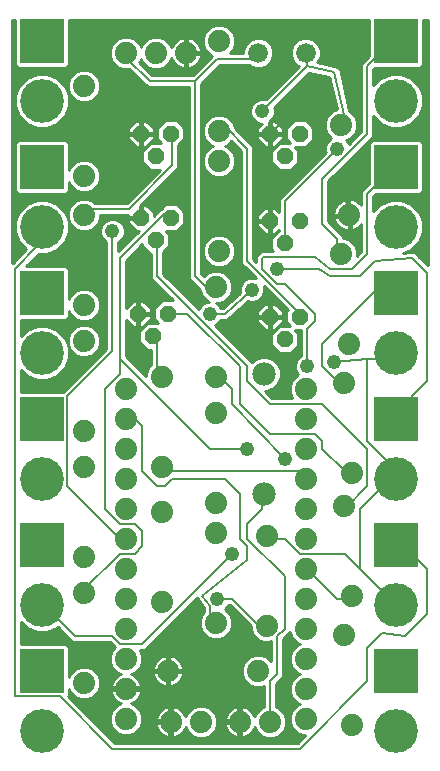
<source format=gbl>
G75*
%MOIN*%
%OFA0B0*%
%FSLAX25Y25*%
%IPPOS*%
%LPD*%
%AMOC8*
5,1,8,0,0,1.08239X$1,22.5*
%
%ADD10C,0.14567*%
%ADD11R,0.14567X0.14567*%
%ADD12C,0.07400*%
%ADD13C,0.06600*%
%ADD14C,0.07800*%
%ADD15OC8,0.05600*%
%ADD16C,0.00600*%
%ADD17C,0.04762*%
%ADD18C,0.01000*%
%ADD19C,0.04369*%
D10*
X0022819Y0013053D03*
X0022819Y0055053D03*
X0022819Y0097053D03*
X0022819Y0139053D03*
X0022819Y0181053D03*
X0022819Y0223053D03*
X0140819Y0223053D03*
X0140819Y0181053D03*
X0140819Y0139053D03*
X0140819Y0097053D03*
X0140819Y0055053D03*
X0140819Y0013053D03*
D11*
X0140819Y0033053D03*
X0140819Y0075053D03*
X0140819Y0117053D03*
X0140819Y0159053D03*
X0140819Y0201053D03*
X0140819Y0243053D03*
X0022819Y0243053D03*
X0022819Y0201053D03*
X0022819Y0159053D03*
X0022819Y0117053D03*
X0022819Y0075053D03*
X0022819Y0033053D03*
D12*
X0036819Y0029053D03*
X0050819Y0027053D03*
X0050819Y0017053D03*
X0050819Y0037053D03*
X0050819Y0047053D03*
X0050819Y0057053D03*
X0050819Y0067053D03*
X0050819Y0077053D03*
X0050819Y0087053D03*
X0050819Y0097053D03*
X0050819Y0107053D03*
X0050819Y0117053D03*
X0050819Y0127053D03*
X0062819Y0131053D03*
X0080819Y0131053D03*
X0080819Y0119053D03*
X0062819Y0101053D03*
X0062819Y0086053D03*
X0080819Y0089053D03*
X0080819Y0079053D03*
X0097819Y0078053D03*
X0110819Y0077053D03*
X0110819Y0067053D03*
X0110819Y0057053D03*
X0110819Y0047053D03*
X0110819Y0037053D03*
X0110819Y0027053D03*
X0110819Y0017053D03*
X0098819Y0016053D03*
X0088819Y0016053D03*
X0094819Y0033053D03*
X0097819Y0048053D03*
X0080819Y0049053D03*
X0064819Y0033053D03*
X0065819Y0016053D03*
X0075819Y0016053D03*
X0062819Y0056053D03*
X0036819Y0059053D03*
X0036819Y0071053D03*
X0036819Y0101053D03*
X0036819Y0113053D03*
X0036819Y0143053D03*
X0036819Y0155053D03*
X0036819Y0185053D03*
X0036819Y0198053D03*
X0036819Y0228053D03*
X0050819Y0239053D03*
X0060819Y0239053D03*
X0070819Y0239053D03*
X0081819Y0243053D03*
X0081819Y0213053D03*
X0081819Y0203053D03*
X0081819Y0173053D03*
X0080819Y0161053D03*
X0110819Y0127053D03*
X0110819Y0117053D03*
X0110819Y0107053D03*
X0110819Y0097053D03*
X0110819Y0087053D03*
X0123512Y0087996D03*
X0126126Y0099110D03*
X0123512Y0128996D03*
X0125126Y0142110D03*
X0122512Y0171996D03*
X0125126Y0185110D03*
X0122512Y0214996D03*
X0126126Y0058110D03*
X0123512Y0044996D03*
X0126126Y0015110D03*
D13*
X0110693Y0239053D03*
X0094945Y0239053D03*
D14*
X0096819Y0132053D03*
X0096819Y0092053D03*
D15*
X0103819Y0143553D03*
X0098819Y0151053D03*
X0108819Y0151053D03*
X0103819Y0175553D03*
X0098819Y0183053D03*
X0108819Y0183053D03*
X0103819Y0204553D03*
X0098819Y0212053D03*
X0108819Y0212053D03*
X0065819Y0212053D03*
X0060819Y0204553D03*
X0055819Y0212053D03*
X0055819Y0184053D03*
X0060819Y0176553D03*
X0065819Y0184053D03*
X0064819Y0152053D03*
X0059819Y0144553D03*
X0054819Y0152053D03*
D16*
X0028819Y0024553D02*
X0013819Y0024553D01*
X0013819Y0167053D01*
X0021319Y0174553D01*
X0021319Y0179553D01*
X0022819Y0181053D01*
X0036819Y0185053D02*
X0038819Y0187053D01*
X0051819Y0187053D01*
X0066319Y0201553D01*
X0066319Y0212053D01*
X0065819Y0212053D01*
X0058819Y0229553D02*
X0051319Y0237053D01*
X0050819Y0239053D01*
X0058819Y0229553D02*
X0073819Y0229553D01*
X0073819Y0164553D01*
X0078819Y0159553D01*
X0080819Y0161053D01*
X0078819Y0152053D02*
X0083819Y0152053D01*
X0092819Y0160053D01*
X0096319Y0167053D02*
X0096319Y0170553D01*
X0096819Y0171053D01*
X0113819Y0171053D01*
X0118819Y0167053D01*
X0126319Y0167053D01*
X0131319Y0172053D01*
X0131319Y0192053D01*
X0138819Y0199553D01*
X0140819Y0201053D01*
X0131319Y0212053D02*
X0131319Y0234553D01*
X0138819Y0242053D01*
X0140819Y0243053D01*
X0120319Y0232553D02*
X0123819Y0217053D01*
X0122512Y0214996D01*
X0121319Y0207053D02*
X0103819Y0189553D01*
X0103819Y0175553D01*
X0101319Y0167053D02*
X0115319Y0167053D01*
X0118819Y0164553D01*
X0128819Y0164553D01*
X0133819Y0169553D01*
X0146319Y0170553D01*
X0151319Y0165553D01*
X0151319Y0129553D01*
X0138819Y0117053D01*
X0140819Y0117053D01*
X0131319Y0109553D02*
X0138819Y0102053D01*
X0138819Y0097053D01*
X0140819Y0097053D01*
X0138819Y0097053D02*
X0128819Y0087053D01*
X0128819Y0067053D01*
X0123819Y0072053D01*
X0108819Y0072053D01*
X0103819Y0077053D01*
X0098819Y0077053D01*
X0097819Y0078053D01*
X0091319Y0077053D02*
X0091319Y0082053D01*
X0096319Y0087053D01*
X0096319Y0092053D01*
X0096819Y0092053D01*
X0103819Y0103553D02*
X0086319Y0122053D01*
X0086319Y0127053D01*
X0081319Y0132053D01*
X0080819Y0131053D01*
X0088819Y0134553D02*
X0088819Y0122053D01*
X0098819Y0112053D01*
X0113819Y0112053D01*
X0116319Y0109553D01*
X0116319Y0107053D01*
X0123819Y0099553D01*
X0126126Y0099110D01*
X0131319Y0094553D02*
X0131319Y0107053D01*
X0116319Y0122053D01*
X0098819Y0122053D01*
X0091319Y0129553D01*
X0091319Y0134553D01*
X0061319Y0164553D01*
X0061319Y0174553D01*
X0060819Y0176553D01*
X0055819Y0169053D02*
X0054819Y0152053D01*
X0059819Y0144553D02*
X0061319Y0144553D01*
X0061319Y0132053D01*
X0062819Y0131053D01*
X0053819Y0117053D02*
X0050819Y0117053D01*
X0053819Y0117053D02*
X0056319Y0114553D01*
X0056319Y0099553D01*
X0061319Y0094553D01*
X0063819Y0094553D01*
X0066319Y0097053D01*
X0083819Y0097053D01*
X0088819Y0092053D01*
X0088819Y0077053D01*
X0091319Y0074553D01*
X0091319Y0070053D01*
X0076319Y0058053D01*
X0078819Y0054553D01*
X0078819Y0049553D01*
X0080819Y0049053D01*
X0081319Y0057053D02*
X0086319Y0057053D01*
X0096319Y0047053D01*
X0097819Y0048053D01*
X0101319Y0044553D02*
X0103819Y0047053D01*
X0103819Y0064553D01*
X0091319Y0077053D01*
X0086319Y0072053D02*
X0056319Y0042053D01*
X0048819Y0042053D01*
X0046319Y0044553D01*
X0033819Y0044553D01*
X0023819Y0054553D01*
X0022819Y0055053D01*
X0036319Y0059553D02*
X0036819Y0059053D01*
X0036319Y0059553D02*
X0048819Y0072053D01*
X0053819Y0072053D01*
X0056319Y0074553D01*
X0056319Y0079553D01*
X0053819Y0082053D01*
X0048819Y0082053D01*
X0043819Y0087053D01*
X0043819Y0127053D01*
X0048819Y0132053D01*
X0048819Y0137053D01*
X0078819Y0107053D01*
X0091319Y0107053D01*
X0108819Y0099553D02*
X0111319Y0097053D01*
X0110819Y0097053D01*
X0108819Y0099553D02*
X0063819Y0099553D01*
X0062819Y0101053D01*
X0050819Y0077053D02*
X0048819Y0077053D01*
X0031319Y0094553D01*
X0031319Y0124553D01*
X0046319Y0139553D01*
X0046319Y0179553D01*
X0048819Y0170553D02*
X0048819Y0137053D01*
X0064819Y0152053D02*
X0071319Y0152053D01*
X0088819Y0134553D01*
X0101319Y0162053D02*
X0096319Y0167053D01*
X0091319Y0169553D02*
X0091319Y0207053D01*
X0083819Y0214553D01*
X0081819Y0213053D01*
X0073819Y0229553D02*
X0081319Y0237053D01*
X0093819Y0237053D01*
X0094945Y0239053D01*
X0111319Y0234553D02*
X0096319Y0219553D01*
X0098819Y0212053D02*
X0108819Y0222053D01*
X0113819Y0223053D01*
X0120319Y0232553D02*
X0111319Y0234553D01*
X0111319Y0237053D01*
X0110693Y0239053D01*
X0131319Y0212053D02*
X0116319Y0197053D01*
X0116319Y0182053D01*
X0121319Y0177053D01*
X0121319Y0172053D01*
X0122512Y0171996D01*
X0133819Y0159553D02*
X0138819Y0159553D01*
X0140819Y0159053D01*
X0133819Y0159553D02*
X0116319Y0142053D01*
X0116319Y0134553D01*
X0121319Y0129553D01*
X0123512Y0128996D01*
X0120319Y0136053D02*
X0131319Y0137053D01*
X0131319Y0109553D01*
X0131319Y0094553D02*
X0123819Y0087053D01*
X0123512Y0087996D01*
X0128819Y0067053D02*
X0140819Y0055053D01*
X0136319Y0045553D02*
X0143819Y0044553D01*
X0151319Y0052053D01*
X0151319Y0067053D01*
X0141319Y0077053D01*
X0140819Y0075053D01*
X0126126Y0058110D02*
X0123819Y0057053D01*
X0121319Y0057053D01*
X0111319Y0067053D01*
X0110819Y0067053D01*
X0101319Y0044553D02*
X0101319Y0032053D01*
X0098819Y0029553D01*
X0098819Y0016053D01*
X0108819Y0007053D02*
X0131319Y0029553D01*
X0131319Y0040553D01*
X0136319Y0045553D01*
X0108819Y0007053D02*
X0046319Y0007053D01*
X0028819Y0024553D01*
X0108819Y0151053D02*
X0108819Y0152053D01*
X0091319Y0169553D01*
X0101319Y0162053D02*
X0103819Y0162053D01*
X0113819Y0152053D01*
X0113819Y0149553D01*
X0111319Y0147053D01*
X0111319Y0134553D01*
X0131319Y0137053D02*
X0138819Y0137053D01*
X0140819Y0139053D01*
X0065819Y0184053D02*
X0063819Y0185553D01*
X0048819Y0170553D01*
D17*
X0046319Y0179553D03*
X0055819Y0169053D03*
X0078819Y0152053D03*
X0092819Y0160053D03*
X0101319Y0167053D03*
X0120319Y0136053D03*
X0111319Y0134553D03*
X0103819Y0103553D03*
X0091319Y0107053D03*
X0086319Y0072053D03*
X0081319Y0057053D03*
X0121319Y0207053D03*
X0096319Y0219553D03*
D18*
X0093390Y0216711D02*
X0085798Y0216711D01*
X0086397Y0216112D02*
X0084878Y0217631D01*
X0082893Y0218453D01*
X0080745Y0218453D01*
X0078760Y0217631D01*
X0077241Y0216112D01*
X0076419Y0214127D01*
X0076419Y0211979D01*
X0077241Y0209995D01*
X0078760Y0208475D01*
X0079779Y0208053D01*
X0078760Y0207631D01*
X0077241Y0206112D01*
X0076419Y0204127D01*
X0076419Y0201979D01*
X0077241Y0199995D01*
X0078760Y0198475D01*
X0080745Y0197653D01*
X0082893Y0197653D01*
X0084878Y0198475D01*
X0086397Y0199995D01*
X0087219Y0201979D01*
X0087219Y0204127D01*
X0086397Y0206112D01*
X0084878Y0207631D01*
X0083859Y0208053D01*
X0084878Y0208475D01*
X0085973Y0209571D01*
X0089319Y0206225D01*
X0089319Y0168725D01*
X0090491Y0167553D01*
X0094107Y0163937D01*
X0093631Y0164134D01*
X0092007Y0164134D01*
X0090507Y0163513D01*
X0089359Y0162365D01*
X0088738Y0160865D01*
X0088738Y0159242D01*
X0088780Y0159139D01*
X0083059Y0154053D01*
X0082408Y0154053D01*
X0082279Y0154365D01*
X0081131Y0155513D01*
X0080792Y0155653D01*
X0081893Y0155653D01*
X0083878Y0156475D01*
X0085397Y0157995D01*
X0086219Y0159979D01*
X0086219Y0162127D01*
X0085397Y0164112D01*
X0083878Y0165631D01*
X0081893Y0166453D01*
X0079745Y0166453D01*
X0077760Y0165631D01*
X0076665Y0164536D01*
X0075819Y0165382D01*
X0075819Y0228725D01*
X0082148Y0235053D01*
X0091874Y0235053D01*
X0092113Y0234815D01*
X0093951Y0234053D01*
X0095940Y0234053D01*
X0097777Y0234815D01*
X0099184Y0236221D01*
X0099945Y0238059D01*
X0099945Y0240048D01*
X0099184Y0241886D01*
X0097777Y0243292D01*
X0095940Y0244053D01*
X0093951Y0244053D01*
X0092113Y0243292D01*
X0090706Y0241886D01*
X0089945Y0240048D01*
X0089945Y0239053D01*
X0085456Y0239053D01*
X0086397Y0239995D01*
X0087219Y0241979D01*
X0087219Y0244127D01*
X0086397Y0246112D01*
X0084878Y0247631D01*
X0082893Y0248453D01*
X0080745Y0248453D01*
X0078760Y0247631D01*
X0077241Y0246112D01*
X0076419Y0244127D01*
X0076419Y0241979D01*
X0077241Y0239995D01*
X0078760Y0238475D01*
X0079575Y0238138D01*
X0072991Y0231553D01*
X0059648Y0231553D01*
X0055302Y0235899D01*
X0055397Y0235995D01*
X0055819Y0237014D01*
X0056241Y0235995D01*
X0057760Y0234475D01*
X0059745Y0233653D01*
X0061893Y0233653D01*
X0063878Y0234475D01*
X0065397Y0235995D01*
X0065928Y0237278D01*
X0066000Y0237057D01*
X0066372Y0236328D01*
X0066853Y0235666D01*
X0067432Y0235087D01*
X0068094Y0234606D01*
X0068823Y0234234D01*
X0069601Y0233981D01*
X0070410Y0233853D01*
X0070519Y0233853D01*
X0070519Y0238753D01*
X0071119Y0238753D01*
X0071119Y0233853D01*
X0071228Y0233853D01*
X0072037Y0233981D01*
X0072815Y0234234D01*
X0073545Y0234606D01*
X0074207Y0235087D01*
X0074785Y0235666D01*
X0075267Y0236328D01*
X0075638Y0237057D01*
X0075891Y0237836D01*
X0076019Y0238644D01*
X0076019Y0238753D01*
X0071119Y0238753D01*
X0071119Y0239353D01*
X0076019Y0239353D01*
X0076019Y0239463D01*
X0075891Y0240271D01*
X0075638Y0241049D01*
X0075267Y0241779D01*
X0074785Y0242441D01*
X0074207Y0243020D01*
X0073545Y0243501D01*
X0072815Y0243872D01*
X0072037Y0244125D01*
X0071228Y0244253D01*
X0071119Y0244253D01*
X0071119Y0239353D01*
X0070519Y0239353D01*
X0070519Y0244253D01*
X0070410Y0244253D01*
X0069601Y0244125D01*
X0068823Y0243872D01*
X0068094Y0243501D01*
X0067432Y0243020D01*
X0066853Y0242441D01*
X0066372Y0241779D01*
X0066000Y0241049D01*
X0065928Y0240829D01*
X0065397Y0242112D01*
X0063878Y0243631D01*
X0061893Y0244453D01*
X0059745Y0244453D01*
X0057760Y0243631D01*
X0056241Y0242112D01*
X0055819Y0241093D01*
X0055397Y0242112D01*
X0053878Y0243631D01*
X0051893Y0244453D01*
X0049745Y0244453D01*
X0047760Y0243631D01*
X0046241Y0242112D01*
X0045419Y0240127D01*
X0045419Y0237979D01*
X0046241Y0235995D01*
X0047760Y0234475D01*
X0049745Y0233653D01*
X0051891Y0233653D01*
X0057991Y0227553D01*
X0071819Y0227553D01*
X0071819Y0163725D01*
X0075419Y0160125D01*
X0075419Y0159979D01*
X0076241Y0157995D01*
X0077760Y0156475D01*
X0078584Y0156134D01*
X0078007Y0156134D01*
X0076507Y0155513D01*
X0075359Y0154365D01*
X0075060Y0153641D01*
X0063319Y0165382D01*
X0063319Y0172689D01*
X0065319Y0174689D01*
X0065319Y0178417D01*
X0064183Y0179553D01*
X0067683Y0179553D01*
X0070319Y0182189D01*
X0070319Y0185917D01*
X0067683Y0188553D01*
X0063955Y0188553D01*
X0062835Y0187433D01*
X0062716Y0187416D01*
X0062411Y0187009D01*
X0061319Y0185917D01*
X0061319Y0185882D01*
X0060119Y0184682D01*
X0060119Y0185834D01*
X0057600Y0188353D01*
X0056119Y0188353D01*
X0056119Y0184353D01*
X0055519Y0184353D01*
X0055519Y0183753D01*
X0051519Y0183753D01*
X0051519Y0182272D01*
X0054038Y0179753D01*
X0055191Y0179753D01*
X0048319Y0172882D01*
X0048319Y0175964D01*
X0048631Y0176094D01*
X0049779Y0177242D01*
X0050400Y0178742D01*
X0050400Y0180365D01*
X0049779Y0181865D01*
X0048631Y0183013D01*
X0047131Y0183634D01*
X0045507Y0183634D01*
X0044007Y0183013D01*
X0042859Y0181865D01*
X0042238Y0180365D01*
X0042238Y0178742D01*
X0042859Y0177242D01*
X0044007Y0176094D01*
X0044319Y0175964D01*
X0044319Y0140382D01*
X0029974Y0126037D01*
X0015819Y0126037D01*
X0015819Y0133349D01*
X0017730Y0131438D01*
X0021032Y0130070D01*
X0024606Y0130070D01*
X0027908Y0131438D01*
X0030435Y0133965D01*
X0031803Y0137266D01*
X0031803Y0140840D01*
X0030435Y0144142D01*
X0027908Y0146669D01*
X0024606Y0148037D01*
X0021032Y0148037D01*
X0017730Y0146669D01*
X0015819Y0144758D01*
X0015819Y0150070D01*
X0030807Y0150070D01*
X0031803Y0151066D01*
X0031803Y0153054D01*
X0032241Y0151995D01*
X0033760Y0150475D01*
X0035745Y0149653D01*
X0037893Y0149653D01*
X0039878Y0150475D01*
X0041397Y0151995D01*
X0042219Y0153979D01*
X0042219Y0156127D01*
X0041397Y0158112D01*
X0039878Y0159631D01*
X0037893Y0160453D01*
X0035745Y0160453D01*
X0033760Y0159631D01*
X0032241Y0158112D01*
X0031803Y0157053D01*
X0031803Y0167041D01*
X0030807Y0168037D01*
X0017631Y0168037D01*
X0021664Y0172070D01*
X0024606Y0172070D01*
X0027908Y0173438D01*
X0030435Y0175965D01*
X0031803Y0179266D01*
X0031803Y0182840D01*
X0030435Y0186142D01*
X0027908Y0188669D01*
X0024606Y0190037D01*
X0021032Y0190037D01*
X0017730Y0188669D01*
X0015203Y0186142D01*
X0013836Y0182840D01*
X0013836Y0179266D01*
X0015203Y0175965D01*
X0017553Y0173615D01*
X0012991Y0169053D01*
X0012819Y0168882D01*
X0012819Y0250014D01*
X0013836Y0250014D01*
X0013836Y0235066D01*
X0014831Y0234070D01*
X0030807Y0234070D01*
X0031803Y0235066D01*
X0031803Y0250014D01*
X0131836Y0250014D01*
X0131836Y0237898D01*
X0129319Y0235382D01*
X0129319Y0212882D01*
X0125079Y0208641D01*
X0124779Y0209365D01*
X0124266Y0209878D01*
X0125571Y0210418D01*
X0127090Y0211937D01*
X0127912Y0213922D01*
X0127912Y0216070D01*
X0127090Y0218055D01*
X0125571Y0219574D01*
X0125272Y0219698D01*
X0122369Y0232557D01*
X0122451Y0232928D01*
X0122193Y0233333D01*
X0122088Y0233802D01*
X0121766Y0234005D01*
X0121562Y0234326D01*
X0121093Y0234430D01*
X0120687Y0234687D01*
X0120316Y0234603D01*
X0114587Y0235876D01*
X0114932Y0236221D01*
X0115693Y0238059D01*
X0115693Y0240048D01*
X0114932Y0241886D01*
X0113525Y0243292D01*
X0111688Y0244053D01*
X0109699Y0244053D01*
X0107861Y0243292D01*
X0106454Y0241886D01*
X0105693Y0240048D01*
X0105693Y0238059D01*
X0106454Y0236221D01*
X0107861Y0234815D01*
X0108491Y0234554D01*
X0097443Y0223505D01*
X0097131Y0223634D01*
X0095507Y0223634D01*
X0094007Y0223013D01*
X0092859Y0221865D01*
X0092238Y0220365D01*
X0092238Y0218742D01*
X0092859Y0217242D01*
X0094007Y0216094D01*
X0095507Y0215472D01*
X0096157Y0215472D01*
X0094519Y0213834D01*
X0094519Y0212353D01*
X0098519Y0212353D01*
X0098519Y0211753D01*
X0099119Y0211753D01*
X0099119Y0207753D01*
X0100600Y0207753D01*
X0103119Y0210272D01*
X0103119Y0211753D01*
X0099119Y0211753D01*
X0099119Y0212353D01*
X0103119Y0212353D01*
X0103119Y0213834D01*
X0100600Y0216353D01*
X0099119Y0216353D01*
X0099119Y0212353D01*
X0098519Y0212353D01*
X0098519Y0216047D01*
X0098631Y0216094D01*
X0099779Y0217242D01*
X0100400Y0218742D01*
X0100400Y0220365D01*
X0100271Y0220677D01*
X0111957Y0232363D01*
X0118648Y0230876D01*
X0121050Y0220236D01*
X0119453Y0219574D01*
X0117934Y0218055D01*
X0117112Y0216070D01*
X0117112Y0213922D01*
X0117934Y0211937D01*
X0119255Y0210616D01*
X0119007Y0210513D01*
X0117859Y0209365D01*
X0117238Y0207865D01*
X0117238Y0206242D01*
X0117367Y0205930D01*
X0101819Y0190382D01*
X0101819Y0186134D01*
X0100600Y0187353D01*
X0099119Y0187353D01*
X0099119Y0183353D01*
X0098519Y0183353D01*
X0098519Y0182753D01*
X0099119Y0182753D01*
X0099119Y0178753D01*
X0100600Y0178753D01*
X0101819Y0179972D01*
X0101819Y0179917D01*
X0099319Y0177417D01*
X0099319Y0173689D01*
X0099955Y0173053D01*
X0095991Y0173053D01*
X0094319Y0171382D01*
X0094319Y0169382D01*
X0093319Y0170382D01*
X0093319Y0207882D01*
X0087219Y0213982D01*
X0087219Y0214127D01*
X0086397Y0216112D01*
X0086563Y0215712D02*
X0094927Y0215712D01*
X0095399Y0214714D02*
X0086976Y0214714D01*
X0087485Y0213715D02*
X0094519Y0213715D01*
X0094519Y0212717D02*
X0088484Y0212717D01*
X0089482Y0211718D02*
X0094519Y0211718D01*
X0094519Y0211753D02*
X0094519Y0210272D01*
X0097038Y0207753D01*
X0098519Y0207753D01*
X0098519Y0211753D01*
X0094519Y0211753D01*
X0094519Y0210720D02*
X0090481Y0210720D01*
X0091479Y0209721D02*
X0095070Y0209721D01*
X0096068Y0208723D02*
X0092478Y0208723D01*
X0093319Y0207724D02*
X0100626Y0207724D01*
X0101570Y0208723D02*
X0101625Y0208723D01*
X0101955Y0209053D02*
X0099319Y0206417D01*
X0099319Y0202689D01*
X0101955Y0200053D01*
X0105683Y0200053D01*
X0108319Y0202689D01*
X0108319Y0206417D01*
X0107183Y0207553D01*
X0110683Y0207553D01*
X0113319Y0210189D01*
X0113319Y0213917D01*
X0110683Y0216553D01*
X0106955Y0216553D01*
X0104319Y0213917D01*
X0104319Y0210189D01*
X0105455Y0209053D01*
X0101955Y0209053D01*
X0102568Y0209721D02*
X0104787Y0209721D01*
X0104319Y0210720D02*
X0103119Y0210720D01*
X0103119Y0211718D02*
X0104319Y0211718D01*
X0104319Y0212717D02*
X0103119Y0212717D01*
X0103119Y0213715D02*
X0104319Y0213715D01*
X0105116Y0214714D02*
X0102240Y0214714D01*
X0101241Y0215712D02*
X0106114Y0215712D01*
X0099973Y0217709D02*
X0117791Y0217709D01*
X0117377Y0216711D02*
X0099248Y0216711D01*
X0099119Y0215712D02*
X0098519Y0215712D01*
X0098519Y0214714D02*
X0099119Y0214714D01*
X0099119Y0213715D02*
X0098519Y0213715D01*
X0098519Y0212717D02*
X0099119Y0212717D01*
X0099119Y0211718D02*
X0098519Y0211718D01*
X0098519Y0210720D02*
X0099119Y0210720D01*
X0099119Y0209721D02*
X0098519Y0209721D01*
X0098519Y0208723D02*
X0099119Y0208723D01*
X0099628Y0206726D02*
X0093319Y0206726D01*
X0093319Y0205727D02*
X0099319Y0205727D01*
X0099319Y0204729D02*
X0093319Y0204729D01*
X0093319Y0203730D02*
X0099319Y0203730D01*
X0099319Y0202732D02*
X0093319Y0202732D01*
X0093319Y0201733D02*
X0100275Y0201733D01*
X0101274Y0200735D02*
X0093319Y0200735D01*
X0093319Y0199736D02*
X0111174Y0199736D01*
X0112172Y0200735D02*
X0106364Y0200735D01*
X0107363Y0201733D02*
X0113171Y0201733D01*
X0114169Y0202732D02*
X0108319Y0202732D01*
X0108319Y0203730D02*
X0115168Y0203730D01*
X0116166Y0204729D02*
X0108319Y0204729D01*
X0108319Y0205727D02*
X0117165Y0205727D01*
X0117238Y0206726D02*
X0108011Y0206726D01*
X0110854Y0207724D02*
X0117238Y0207724D01*
X0117593Y0208723D02*
X0111853Y0208723D01*
X0112851Y0209721D02*
X0118216Y0209721D01*
X0119151Y0210720D02*
X0113319Y0210720D01*
X0113319Y0211718D02*
X0118153Y0211718D01*
X0117611Y0212717D02*
X0113319Y0212717D01*
X0113319Y0213715D02*
X0117197Y0213715D01*
X0117112Y0214714D02*
X0112522Y0214714D01*
X0111524Y0215712D02*
X0117112Y0215712D01*
X0118587Y0218708D02*
X0100386Y0218708D01*
X0100400Y0219706D02*
X0119772Y0219706D01*
X0120944Y0220705D02*
X0100299Y0220705D01*
X0101298Y0221704D02*
X0120719Y0221704D01*
X0120493Y0222702D02*
X0102296Y0222702D01*
X0103295Y0223701D02*
X0120268Y0223701D01*
X0120042Y0224699D02*
X0104293Y0224699D01*
X0105292Y0225698D02*
X0119817Y0225698D01*
X0119591Y0226696D02*
X0106290Y0226696D01*
X0107289Y0227695D02*
X0119366Y0227695D01*
X0119140Y0228693D02*
X0108287Y0228693D01*
X0109286Y0229692D02*
X0118915Y0229692D01*
X0118689Y0230690D02*
X0110284Y0230690D01*
X0111283Y0231689D02*
X0114991Y0231689D01*
X0115457Y0235683D02*
X0129620Y0235683D01*
X0129319Y0234684D02*
X0120691Y0234684D01*
X0120675Y0234684D02*
X0119950Y0234684D01*
X0122114Y0233686D02*
X0129319Y0233686D01*
X0129319Y0232687D02*
X0122398Y0232687D01*
X0122565Y0231689D02*
X0129319Y0231689D01*
X0129319Y0230690D02*
X0122790Y0230690D01*
X0123016Y0229692D02*
X0129319Y0229692D01*
X0129319Y0228693D02*
X0123241Y0228693D01*
X0123467Y0227695D02*
X0129319Y0227695D01*
X0129319Y0226696D02*
X0123692Y0226696D01*
X0123918Y0225698D02*
X0129319Y0225698D01*
X0129319Y0224699D02*
X0124143Y0224699D01*
X0124368Y0223701D02*
X0129319Y0223701D01*
X0129319Y0222702D02*
X0124594Y0222702D01*
X0124819Y0221704D02*
X0129319Y0221704D01*
X0129319Y0220705D02*
X0125045Y0220705D01*
X0125270Y0219706D02*
X0129319Y0219706D01*
X0129319Y0218708D02*
X0126437Y0218708D01*
X0127233Y0217709D02*
X0129319Y0217709D01*
X0129319Y0216711D02*
X0127646Y0216711D01*
X0127912Y0215712D02*
X0129319Y0215712D01*
X0129319Y0214714D02*
X0127912Y0214714D01*
X0127826Y0213715D02*
X0129319Y0213715D01*
X0129154Y0212717D02*
X0127413Y0212717D01*
X0126871Y0211718D02*
X0128156Y0211718D01*
X0127157Y0210720D02*
X0125872Y0210720D01*
X0126159Y0209721D02*
X0124423Y0209721D01*
X0125045Y0208723D02*
X0125160Y0208723D01*
X0126823Y0204729D02*
X0131836Y0204729D01*
X0131836Y0205727D02*
X0127822Y0205727D01*
X0128820Y0206726D02*
X0131836Y0206726D01*
X0131836Y0207724D02*
X0129819Y0207724D01*
X0130817Y0208723D02*
X0131836Y0208723D01*
X0131836Y0209041D02*
X0131836Y0195398D01*
X0129319Y0192882D01*
X0129319Y0188186D01*
X0129093Y0188498D01*
X0128514Y0189077D01*
X0127852Y0189558D01*
X0127123Y0189929D01*
X0126344Y0190182D01*
X0125536Y0190310D01*
X0125059Y0190310D01*
X0125477Y0185528D01*
X0124708Y0185461D01*
X0124776Y0184692D01*
X0125544Y0184760D01*
X0125963Y0179978D01*
X0126344Y0180038D01*
X0127123Y0180291D01*
X0127852Y0180663D01*
X0128514Y0181144D01*
X0129093Y0181723D01*
X0129319Y0182034D01*
X0129319Y0172882D01*
X0127912Y0171474D01*
X0127912Y0173070D01*
X0127090Y0175055D01*
X0125571Y0176574D01*
X0123586Y0177396D01*
X0123319Y0177396D01*
X0123319Y0177882D01*
X0118319Y0182882D01*
X0118319Y0196225D01*
X0132148Y0210053D01*
X0133319Y0211225D01*
X0133319Y0217849D01*
X0135730Y0215438D01*
X0139032Y0214070D01*
X0142606Y0214070D01*
X0145908Y0215438D01*
X0148435Y0217965D01*
X0149803Y0221266D01*
X0149803Y0224840D01*
X0148435Y0228142D01*
X0145908Y0230669D01*
X0142606Y0232037D01*
X0139032Y0232037D01*
X0135730Y0230669D01*
X0133319Y0228258D01*
X0133319Y0233725D01*
X0133664Y0234070D01*
X0148807Y0234070D01*
X0149803Y0235066D01*
X0149803Y0250014D01*
X0151520Y0250014D01*
X0151520Y0168181D01*
X0148254Y0171447D01*
X0148247Y0171539D01*
X0147677Y0172024D01*
X0147148Y0172553D01*
X0147055Y0172553D01*
X0146985Y0172613D01*
X0146239Y0172553D01*
X0145491Y0172553D01*
X0145426Y0172488D01*
X0143183Y0172309D01*
X0145908Y0173438D01*
X0148435Y0175965D01*
X0149803Y0179266D01*
X0149803Y0182840D01*
X0148435Y0186142D01*
X0145908Y0188669D01*
X0142606Y0190037D01*
X0139032Y0190037D01*
X0135730Y0188669D01*
X0133319Y0186258D01*
X0133319Y0191225D01*
X0134164Y0192070D01*
X0148807Y0192070D01*
X0149803Y0193066D01*
X0149803Y0209041D01*
X0148807Y0210037D01*
X0132831Y0210037D01*
X0131836Y0209041D01*
X0131816Y0209721D02*
X0132516Y0209721D01*
X0132814Y0210720D02*
X0151520Y0210720D01*
X0151520Y0211718D02*
X0133319Y0211718D01*
X0133319Y0212717D02*
X0151520Y0212717D01*
X0151520Y0213715D02*
X0133319Y0213715D01*
X0133319Y0214714D02*
X0137477Y0214714D01*
X0135455Y0215712D02*
X0133319Y0215712D01*
X0133319Y0216711D02*
X0134457Y0216711D01*
X0133458Y0217709D02*
X0133319Y0217709D01*
X0133319Y0228693D02*
X0133754Y0228693D01*
X0133319Y0229692D02*
X0134753Y0229692D01*
X0135781Y0230690D02*
X0133319Y0230690D01*
X0133319Y0231689D02*
X0138192Y0231689D01*
X0133319Y0232687D02*
X0151520Y0232687D01*
X0151520Y0231689D02*
X0143447Y0231689D01*
X0145857Y0230690D02*
X0151520Y0230690D01*
X0151520Y0229692D02*
X0146885Y0229692D01*
X0147884Y0228693D02*
X0151520Y0228693D01*
X0151520Y0227695D02*
X0148620Y0227695D01*
X0149034Y0226696D02*
X0151520Y0226696D01*
X0151520Y0225698D02*
X0149447Y0225698D01*
X0149803Y0224699D02*
X0151520Y0224699D01*
X0151520Y0223701D02*
X0149803Y0223701D01*
X0149803Y0222702D02*
X0151520Y0222702D01*
X0151520Y0221704D02*
X0149803Y0221704D01*
X0149570Y0220705D02*
X0151520Y0220705D01*
X0151520Y0219706D02*
X0149156Y0219706D01*
X0148743Y0218708D02*
X0151520Y0218708D01*
X0151520Y0217709D02*
X0148180Y0217709D01*
X0147181Y0216711D02*
X0151520Y0216711D01*
X0151520Y0215712D02*
X0146183Y0215712D01*
X0144161Y0214714D02*
X0151520Y0214714D01*
X0151520Y0209721D02*
X0149122Y0209721D01*
X0149803Y0208723D02*
X0151520Y0208723D01*
X0151520Y0207724D02*
X0149803Y0207724D01*
X0149803Y0206726D02*
X0151520Y0206726D01*
X0151520Y0205727D02*
X0149803Y0205727D01*
X0149803Y0204729D02*
X0151520Y0204729D01*
X0151520Y0203730D02*
X0149803Y0203730D01*
X0149803Y0202732D02*
X0151520Y0202732D01*
X0151520Y0201733D02*
X0149803Y0201733D01*
X0149803Y0200735D02*
X0151520Y0200735D01*
X0151520Y0199736D02*
X0149803Y0199736D01*
X0149803Y0198738D02*
X0151520Y0198738D01*
X0151520Y0197739D02*
X0149803Y0197739D01*
X0149803Y0196741D02*
X0151520Y0196741D01*
X0151520Y0195742D02*
X0149803Y0195742D01*
X0149803Y0194744D02*
X0151520Y0194744D01*
X0151520Y0193745D02*
X0149803Y0193745D01*
X0149484Y0192747D02*
X0151520Y0192747D01*
X0151520Y0191748D02*
X0133842Y0191748D01*
X0133319Y0190750D02*
X0151520Y0190750D01*
X0151520Y0189751D02*
X0143296Y0189751D01*
X0145706Y0188753D02*
X0151520Y0188753D01*
X0151520Y0187754D02*
X0146823Y0187754D01*
X0147821Y0186756D02*
X0151520Y0186756D01*
X0151520Y0185757D02*
X0148594Y0185757D01*
X0149008Y0184759D02*
X0151520Y0184759D01*
X0151520Y0183760D02*
X0149422Y0183760D01*
X0149803Y0182762D02*
X0151520Y0182762D01*
X0151520Y0181763D02*
X0149803Y0181763D01*
X0149803Y0180765D02*
X0151520Y0180765D01*
X0151520Y0179766D02*
X0149803Y0179766D01*
X0149596Y0178768D02*
X0151520Y0178768D01*
X0151520Y0177769D02*
X0149182Y0177769D01*
X0148769Y0176771D02*
X0151520Y0176771D01*
X0151520Y0175772D02*
X0148242Y0175772D01*
X0147244Y0174773D02*
X0151520Y0174773D01*
X0151520Y0173775D02*
X0146245Y0173775D01*
X0144312Y0172776D02*
X0151520Y0172776D01*
X0151520Y0171778D02*
X0147966Y0171778D01*
X0148921Y0170779D02*
X0151520Y0170779D01*
X0151520Y0169781D02*
X0149920Y0169781D01*
X0150918Y0168782D02*
X0151520Y0168782D01*
X0138343Y0189751D02*
X0133319Y0189751D01*
X0133319Y0188753D02*
X0135932Y0188753D01*
X0134815Y0187754D02*
X0133319Y0187754D01*
X0133319Y0186756D02*
X0133817Y0186756D01*
X0129319Y0188753D02*
X0128838Y0188753D01*
X0129319Y0189751D02*
X0127472Y0189751D01*
X0125108Y0189751D02*
X0124333Y0189751D01*
X0124290Y0190243D02*
X0123909Y0190182D01*
X0123130Y0189929D01*
X0122401Y0189558D01*
X0121739Y0189077D01*
X0121160Y0188498D01*
X0120679Y0187836D01*
X0120307Y0187107D01*
X0120054Y0186328D01*
X0119926Y0185520D01*
X0119926Y0185043D01*
X0124708Y0185461D01*
X0124290Y0190243D01*
X0124420Y0188753D02*
X0125195Y0188753D01*
X0125282Y0187754D02*
X0124508Y0187754D01*
X0124595Y0186756D02*
X0125370Y0186756D01*
X0125457Y0185757D02*
X0124683Y0185757D01*
X0124770Y0184759D02*
X0118319Y0184759D01*
X0118319Y0185757D02*
X0119964Y0185757D01*
X0120193Y0186756D02*
X0118319Y0186756D01*
X0118319Y0187754D02*
X0120637Y0187754D01*
X0121415Y0188753D02*
X0118319Y0188753D01*
X0118319Y0189751D02*
X0122780Y0189751D01*
X0124776Y0184692D02*
X0119994Y0184274D01*
X0120054Y0183893D01*
X0120307Y0183114D01*
X0120679Y0182385D01*
X0121160Y0181723D01*
X0121739Y0181144D01*
X0122401Y0180663D01*
X0123130Y0180291D01*
X0123909Y0180038D01*
X0124717Y0179910D01*
X0125194Y0179910D01*
X0124776Y0184692D01*
X0125533Y0184759D02*
X0125545Y0184759D01*
X0125632Y0183760D02*
X0124857Y0183760D01*
X0124945Y0182762D02*
X0125719Y0182762D01*
X0125807Y0181763D02*
X0125032Y0181763D01*
X0125119Y0180765D02*
X0125894Y0180765D01*
X0123319Y0177769D02*
X0129319Y0177769D01*
X0129319Y0176771D02*
X0125097Y0176771D01*
X0126373Y0175772D02*
X0129319Y0175772D01*
X0129319Y0174773D02*
X0127206Y0174773D01*
X0127620Y0173775D02*
X0129319Y0173775D01*
X0129214Y0172776D02*
X0127912Y0172776D01*
X0127912Y0171778D02*
X0128215Y0171778D01*
X0129319Y0178768D02*
X0122433Y0178768D01*
X0121435Y0179766D02*
X0129319Y0179766D01*
X0129319Y0180765D02*
X0127992Y0180765D01*
X0129122Y0181763D02*
X0129319Y0181763D01*
X0129319Y0190750D02*
X0118319Y0190750D01*
X0118319Y0191748D02*
X0129319Y0191748D01*
X0129319Y0192747D02*
X0118319Y0192747D01*
X0118319Y0193745D02*
X0130183Y0193745D01*
X0131181Y0194744D02*
X0118319Y0194744D01*
X0118319Y0195742D02*
X0131836Y0195742D01*
X0131836Y0196741D02*
X0118835Y0196741D01*
X0119833Y0197739D02*
X0131836Y0197739D01*
X0131836Y0198738D02*
X0120832Y0198738D01*
X0121830Y0199736D02*
X0131836Y0199736D01*
X0131836Y0200735D02*
X0122829Y0200735D01*
X0123827Y0201733D02*
X0131836Y0201733D01*
X0131836Y0202732D02*
X0124826Y0202732D01*
X0125824Y0203730D02*
X0131836Y0203730D01*
X0120098Y0183760D02*
X0118319Y0183760D01*
X0118439Y0182762D02*
X0120487Y0182762D01*
X0121131Y0181763D02*
X0119438Y0181763D01*
X0120436Y0180765D02*
X0122261Y0180765D01*
X0110175Y0198738D02*
X0093319Y0198738D01*
X0093319Y0197739D02*
X0109177Y0197739D01*
X0108178Y0196741D02*
X0093319Y0196741D01*
X0093319Y0195742D02*
X0107180Y0195742D01*
X0106181Y0194744D02*
X0093319Y0194744D01*
X0093319Y0193745D02*
X0105183Y0193745D01*
X0104184Y0192747D02*
X0093319Y0192747D01*
X0093319Y0191748D02*
X0103186Y0191748D01*
X0102187Y0190750D02*
X0093319Y0190750D01*
X0093319Y0189751D02*
X0101819Y0189751D01*
X0101819Y0188753D02*
X0093319Y0188753D01*
X0093319Y0187754D02*
X0101819Y0187754D01*
X0101819Y0186756D02*
X0101198Y0186756D01*
X0099119Y0186756D02*
X0098519Y0186756D01*
X0098519Y0187353D02*
X0097038Y0187353D01*
X0094519Y0184834D01*
X0094519Y0183353D01*
X0098519Y0183353D01*
X0098519Y0187353D01*
X0098519Y0185757D02*
X0099119Y0185757D01*
X0099119Y0184759D02*
X0098519Y0184759D01*
X0098519Y0183760D02*
X0099119Y0183760D01*
X0098519Y0182762D02*
X0093319Y0182762D01*
X0093319Y0183760D02*
X0094519Y0183760D01*
X0094519Y0184759D02*
X0093319Y0184759D01*
X0093319Y0185757D02*
X0095442Y0185757D01*
X0096440Y0186756D02*
X0093319Y0186756D01*
X0094519Y0182753D02*
X0094519Y0181272D01*
X0097038Y0178753D01*
X0098519Y0178753D01*
X0098519Y0182753D01*
X0094519Y0182753D01*
X0094519Y0181763D02*
X0093319Y0181763D01*
X0093319Y0180765D02*
X0095027Y0180765D01*
X0096025Y0179766D02*
X0093319Y0179766D01*
X0093319Y0178768D02*
X0097024Y0178768D01*
X0098519Y0178768D02*
X0099119Y0178768D01*
X0099119Y0179766D02*
X0098519Y0179766D01*
X0098519Y0180765D02*
X0099119Y0180765D01*
X0099119Y0181763D02*
X0098519Y0181763D01*
X0100614Y0178768D02*
X0100669Y0178768D01*
X0101613Y0179766D02*
X0101668Y0179766D01*
X0099671Y0177769D02*
X0093319Y0177769D01*
X0093319Y0176771D02*
X0099319Y0176771D01*
X0099319Y0175772D02*
X0093319Y0175772D01*
X0093319Y0174773D02*
X0099319Y0174773D01*
X0099319Y0173775D02*
X0093319Y0173775D01*
X0093319Y0172776D02*
X0095714Y0172776D01*
X0094715Y0171778D02*
X0093319Y0171778D01*
X0093319Y0170779D02*
X0094319Y0170779D01*
X0094319Y0169781D02*
X0093920Y0169781D01*
X0091259Y0166785D02*
X0075819Y0166785D01*
X0075819Y0165787D02*
X0078136Y0165787D01*
X0076917Y0164788D02*
X0076413Y0164788D01*
X0075819Y0167784D02*
X0080430Y0167784D01*
X0080745Y0167653D02*
X0082893Y0167653D01*
X0084878Y0168475D01*
X0086397Y0169995D01*
X0087219Y0171979D01*
X0087219Y0174127D01*
X0086397Y0176112D01*
X0084878Y0177631D01*
X0082893Y0178453D01*
X0080745Y0178453D01*
X0078760Y0177631D01*
X0077241Y0176112D01*
X0076419Y0174127D01*
X0076419Y0171979D01*
X0077241Y0169995D01*
X0078760Y0168475D01*
X0080745Y0167653D01*
X0083208Y0167784D02*
X0090260Y0167784D01*
X0089319Y0168782D02*
X0085185Y0168782D01*
X0086183Y0169781D02*
X0089319Y0169781D01*
X0089319Y0170779D02*
X0086722Y0170779D01*
X0087136Y0171778D02*
X0089319Y0171778D01*
X0089319Y0172776D02*
X0087219Y0172776D01*
X0087219Y0173775D02*
X0089319Y0173775D01*
X0089319Y0174773D02*
X0086952Y0174773D01*
X0086538Y0175772D02*
X0089319Y0175772D01*
X0089319Y0176771D02*
X0085739Y0176771D01*
X0084545Y0177769D02*
X0089319Y0177769D01*
X0089319Y0178768D02*
X0075819Y0178768D01*
X0075819Y0179766D02*
X0089319Y0179766D01*
X0089319Y0180765D02*
X0075819Y0180765D01*
X0075819Y0181763D02*
X0089319Y0181763D01*
X0089319Y0182762D02*
X0075819Y0182762D01*
X0075819Y0183760D02*
X0089319Y0183760D01*
X0089319Y0184759D02*
X0075819Y0184759D01*
X0075819Y0185757D02*
X0089319Y0185757D01*
X0089319Y0186756D02*
X0075819Y0186756D01*
X0075819Y0187754D02*
X0089319Y0187754D01*
X0089319Y0188753D02*
X0075819Y0188753D01*
X0075819Y0189751D02*
X0089319Y0189751D01*
X0089319Y0190750D02*
X0075819Y0190750D01*
X0075819Y0191748D02*
X0089319Y0191748D01*
X0089319Y0192747D02*
X0075819Y0192747D01*
X0075819Y0193745D02*
X0089319Y0193745D01*
X0089319Y0194744D02*
X0075819Y0194744D01*
X0075819Y0195742D02*
X0089319Y0195742D01*
X0089319Y0196741D02*
X0075819Y0196741D01*
X0075819Y0197739D02*
X0080538Y0197739D01*
X0083101Y0197739D02*
X0089319Y0197739D01*
X0089319Y0198738D02*
X0085140Y0198738D01*
X0086139Y0199736D02*
X0089319Y0199736D01*
X0089319Y0200735D02*
X0086704Y0200735D01*
X0087117Y0201733D02*
X0089319Y0201733D01*
X0089319Y0202732D02*
X0087219Y0202732D01*
X0087219Y0203730D02*
X0089319Y0203730D01*
X0089319Y0204729D02*
X0086970Y0204729D01*
X0086556Y0205727D02*
X0089319Y0205727D01*
X0088818Y0206726D02*
X0085783Y0206726D01*
X0084653Y0207724D02*
X0087820Y0207724D01*
X0086821Y0208723D02*
X0085125Y0208723D01*
X0078985Y0207724D02*
X0075819Y0207724D01*
X0075819Y0206726D02*
X0077855Y0206726D01*
X0077082Y0205727D02*
X0075819Y0205727D01*
X0075819Y0204729D02*
X0076668Y0204729D01*
X0076419Y0203730D02*
X0075819Y0203730D01*
X0075819Y0202732D02*
X0076419Y0202732D01*
X0076521Y0201733D02*
X0075819Y0201733D01*
X0075819Y0200735D02*
X0076935Y0200735D01*
X0077499Y0199736D02*
X0075819Y0199736D01*
X0075819Y0198738D02*
X0078498Y0198738D01*
X0071819Y0198738D02*
X0066332Y0198738D01*
X0067330Y0199736D02*
X0071819Y0199736D01*
X0071819Y0200735D02*
X0068319Y0200735D01*
X0068319Y0200725D02*
X0068319Y0208189D01*
X0070319Y0210189D01*
X0070319Y0213917D01*
X0067683Y0216553D01*
X0063955Y0216553D01*
X0061319Y0213917D01*
X0061319Y0210189D01*
X0062455Y0209053D01*
X0058955Y0209053D01*
X0056319Y0206417D01*
X0056319Y0202689D01*
X0058955Y0200053D01*
X0061991Y0200053D01*
X0050991Y0189053D01*
X0040456Y0189053D01*
X0039878Y0189631D01*
X0037893Y0190453D01*
X0035745Y0190453D01*
X0033760Y0189631D01*
X0032241Y0188112D01*
X0031419Y0186127D01*
X0031419Y0183979D01*
X0032241Y0181995D01*
X0033760Y0180475D01*
X0035745Y0179653D01*
X0037893Y0179653D01*
X0039878Y0180475D01*
X0041397Y0181995D01*
X0042219Y0183979D01*
X0042219Y0185053D01*
X0051519Y0185053D01*
X0051519Y0184353D01*
X0055519Y0184353D01*
X0055519Y0187925D01*
X0068319Y0200725D01*
X0068319Y0201733D02*
X0071819Y0201733D01*
X0071819Y0202732D02*
X0068319Y0202732D01*
X0068319Y0203730D02*
X0071819Y0203730D01*
X0071819Y0204729D02*
X0068319Y0204729D01*
X0068319Y0205727D02*
X0071819Y0205727D01*
X0071819Y0206726D02*
X0068319Y0206726D01*
X0068319Y0207724D02*
X0071819Y0207724D01*
X0071819Y0208723D02*
X0068853Y0208723D01*
X0069851Y0209721D02*
X0071819Y0209721D01*
X0071819Y0210720D02*
X0070319Y0210720D01*
X0070319Y0211718D02*
X0071819Y0211718D01*
X0071819Y0212717D02*
X0070319Y0212717D01*
X0070319Y0213715D02*
X0071819Y0213715D01*
X0071819Y0214714D02*
X0069522Y0214714D01*
X0068524Y0215712D02*
X0071819Y0215712D01*
X0071819Y0216711D02*
X0029181Y0216711D01*
X0028183Y0215712D02*
X0053397Y0215712D01*
X0054038Y0216353D02*
X0051519Y0213834D01*
X0051519Y0212353D01*
X0055519Y0212353D01*
X0055519Y0211753D01*
X0056119Y0211753D01*
X0056119Y0207753D01*
X0057600Y0207753D01*
X0060119Y0210272D01*
X0060119Y0211753D01*
X0056119Y0211753D01*
X0056119Y0212353D01*
X0060119Y0212353D01*
X0060119Y0213834D01*
X0057600Y0216353D01*
X0056119Y0216353D01*
X0056119Y0212353D01*
X0055519Y0212353D01*
X0055519Y0216353D01*
X0054038Y0216353D01*
X0055519Y0215712D02*
X0056119Y0215712D01*
X0056119Y0214714D02*
X0055519Y0214714D01*
X0055519Y0213715D02*
X0056119Y0213715D01*
X0056119Y0212717D02*
X0055519Y0212717D01*
X0055519Y0211753D02*
X0051519Y0211753D01*
X0051519Y0210272D01*
X0054038Y0207753D01*
X0055519Y0207753D01*
X0055519Y0211753D01*
X0055519Y0211718D02*
X0056119Y0211718D01*
X0056119Y0210720D02*
X0055519Y0210720D01*
X0055519Y0209721D02*
X0056119Y0209721D01*
X0056119Y0208723D02*
X0055519Y0208723D01*
X0056628Y0206726D02*
X0031803Y0206726D01*
X0031803Y0207724D02*
X0057626Y0207724D01*
X0058570Y0208723D02*
X0058625Y0208723D01*
X0059568Y0209721D02*
X0061787Y0209721D01*
X0061319Y0210720D02*
X0060119Y0210720D01*
X0060119Y0211718D02*
X0061319Y0211718D01*
X0061319Y0212717D02*
X0060119Y0212717D01*
X0060119Y0213715D02*
X0061319Y0213715D01*
X0062116Y0214714D02*
X0059240Y0214714D01*
X0058241Y0215712D02*
X0063114Y0215712D01*
X0056319Y0205727D02*
X0031803Y0205727D01*
X0031803Y0204729D02*
X0056319Y0204729D01*
X0056319Y0203730D02*
X0031803Y0203730D01*
X0031803Y0202732D02*
X0034003Y0202732D01*
X0033760Y0202631D02*
X0032241Y0201112D01*
X0031803Y0200053D01*
X0031803Y0209041D01*
X0030807Y0210037D01*
X0014831Y0210037D01*
X0013836Y0209041D01*
X0013836Y0193066D01*
X0014831Y0192070D01*
X0030807Y0192070D01*
X0031803Y0193066D01*
X0031803Y0196053D01*
X0032241Y0194995D01*
X0033760Y0193475D01*
X0035745Y0192653D01*
X0037893Y0192653D01*
X0039878Y0193475D01*
X0041397Y0194995D01*
X0042219Y0196979D01*
X0042219Y0199127D01*
X0041397Y0201112D01*
X0039878Y0202631D01*
X0037893Y0203453D01*
X0035745Y0203453D01*
X0033760Y0202631D01*
X0032862Y0201733D02*
X0031803Y0201733D01*
X0031803Y0200735D02*
X0032085Y0200735D01*
X0031931Y0195742D02*
X0031803Y0195742D01*
X0031803Y0194744D02*
X0032492Y0194744D01*
X0031803Y0193745D02*
X0033491Y0193745D01*
X0031484Y0192747D02*
X0035520Y0192747D01*
X0034050Y0189751D02*
X0025296Y0189751D01*
X0027706Y0188753D02*
X0032882Y0188753D01*
X0032093Y0187754D02*
X0028823Y0187754D01*
X0029821Y0186756D02*
X0031679Y0186756D01*
X0031419Y0185757D02*
X0030594Y0185757D01*
X0031008Y0184759D02*
X0031419Y0184759D01*
X0031422Y0183760D02*
X0031510Y0183760D01*
X0031803Y0182762D02*
X0031923Y0182762D01*
X0031803Y0181763D02*
X0032473Y0181763D01*
X0031803Y0180765D02*
X0033471Y0180765D01*
X0031803Y0179766D02*
X0035473Y0179766D01*
X0038165Y0179766D02*
X0042238Y0179766D01*
X0042238Y0178768D02*
X0031596Y0178768D01*
X0031182Y0177769D02*
X0042641Y0177769D01*
X0043330Y0176771D02*
X0030769Y0176771D01*
X0030242Y0175772D02*
X0044319Y0175772D01*
X0044319Y0174773D02*
X0029244Y0174773D01*
X0028245Y0173775D02*
X0044319Y0173775D01*
X0044319Y0172776D02*
X0026312Y0172776D01*
X0031060Y0167784D02*
X0044319Y0167784D01*
X0044319Y0168782D02*
X0018377Y0168782D01*
X0019375Y0169781D02*
X0044319Y0169781D01*
X0044319Y0170779D02*
X0020374Y0170779D01*
X0021372Y0171778D02*
X0044319Y0171778D01*
X0048319Y0173775D02*
X0049212Y0173775D01*
X0048319Y0174773D02*
X0050211Y0174773D01*
X0051209Y0175772D02*
X0048319Y0175772D01*
X0049308Y0176771D02*
X0052208Y0176771D01*
X0053206Y0177769D02*
X0049997Y0177769D01*
X0050400Y0178768D02*
X0054205Y0178768D01*
X0054025Y0179766D02*
X0050400Y0179766D01*
X0050235Y0180765D02*
X0053027Y0180765D01*
X0052028Y0181763D02*
X0049821Y0181763D01*
X0048882Y0182762D02*
X0051519Y0182762D01*
X0051519Y0184759D02*
X0042219Y0184759D01*
X0042128Y0183760D02*
X0055519Y0183760D01*
X0055519Y0184759D02*
X0056119Y0184759D01*
X0056119Y0185757D02*
X0055519Y0185757D01*
X0055519Y0186756D02*
X0056119Y0186756D01*
X0056119Y0187754D02*
X0055519Y0187754D01*
X0056347Y0188753D02*
X0071819Y0188753D01*
X0071819Y0189751D02*
X0057345Y0189751D01*
X0058344Y0190750D02*
X0071819Y0190750D01*
X0071819Y0191748D02*
X0059342Y0191748D01*
X0060341Y0192747D02*
X0071819Y0192747D01*
X0071819Y0193745D02*
X0061339Y0193745D01*
X0062338Y0194744D02*
X0071819Y0194744D01*
X0071819Y0195742D02*
X0063336Y0195742D01*
X0064335Y0196741D02*
X0071819Y0196741D01*
X0071819Y0197739D02*
X0065333Y0197739D01*
X0061674Y0199736D02*
X0041967Y0199736D01*
X0042219Y0198738D02*
X0060675Y0198738D01*
X0059677Y0197739D02*
X0042219Y0197739D01*
X0042120Y0196741D02*
X0058678Y0196741D01*
X0057680Y0195742D02*
X0041707Y0195742D01*
X0041146Y0194744D02*
X0056681Y0194744D01*
X0055683Y0193745D02*
X0040148Y0193745D01*
X0038119Y0192747D02*
X0054684Y0192747D01*
X0053686Y0191748D02*
X0012819Y0191748D01*
X0012819Y0190750D02*
X0052687Y0190750D01*
X0051688Y0189751D02*
X0039588Y0189751D01*
X0041715Y0182762D02*
X0043756Y0182762D01*
X0042817Y0181763D02*
X0041166Y0181763D01*
X0040167Y0180765D02*
X0042403Y0180765D01*
X0044319Y0166785D02*
X0031803Y0166785D01*
X0031803Y0165787D02*
X0044319Y0165787D01*
X0044319Y0164788D02*
X0031803Y0164788D01*
X0031803Y0163790D02*
X0044319Y0163790D01*
X0044319Y0162791D02*
X0031803Y0162791D01*
X0031803Y0161793D02*
X0044319Y0161793D01*
X0044319Y0160794D02*
X0031803Y0160794D01*
X0031803Y0159796D02*
X0034158Y0159796D01*
X0032926Y0158797D02*
X0031803Y0158797D01*
X0031803Y0157799D02*
X0032111Y0157799D01*
X0031905Y0152806D02*
X0031803Y0152806D01*
X0031803Y0151808D02*
X0032428Y0151808D01*
X0031546Y0150809D02*
X0033426Y0150809D01*
X0035365Y0149811D02*
X0015819Y0149811D01*
X0015819Y0148812D02*
X0044319Y0148812D01*
X0044319Y0147814D02*
X0039438Y0147814D01*
X0039878Y0147631D02*
X0037893Y0148453D01*
X0035745Y0148453D01*
X0033760Y0147631D01*
X0032241Y0146112D01*
X0031419Y0144127D01*
X0031419Y0141979D01*
X0032241Y0139995D01*
X0033760Y0138475D01*
X0035745Y0137653D01*
X0037893Y0137653D01*
X0039878Y0138475D01*
X0041397Y0139995D01*
X0042219Y0141979D01*
X0042219Y0144127D01*
X0041397Y0146112D01*
X0039878Y0147631D01*
X0040694Y0146815D02*
X0044319Y0146815D01*
X0044319Y0145817D02*
X0041519Y0145817D01*
X0041933Y0144818D02*
X0044319Y0144818D01*
X0044319Y0143820D02*
X0042219Y0143820D01*
X0042219Y0142821D02*
X0044319Y0142821D01*
X0044319Y0141823D02*
X0042154Y0141823D01*
X0041741Y0140824D02*
X0044319Y0140824D01*
X0043763Y0139826D02*
X0041228Y0139826D01*
X0040230Y0138827D02*
X0042764Y0138827D01*
X0041766Y0137829D02*
X0038316Y0137829D01*
X0039769Y0135832D02*
X0031208Y0135832D01*
X0031622Y0136830D02*
X0040767Y0136830D01*
X0038770Y0134833D02*
X0030795Y0134833D01*
X0030305Y0133835D02*
X0037772Y0133835D01*
X0036773Y0132836D02*
X0029306Y0132836D01*
X0028308Y0131838D02*
X0035775Y0131838D01*
X0034776Y0130839D02*
X0026463Y0130839D01*
X0030782Y0126845D02*
X0015819Y0126845D01*
X0015819Y0127843D02*
X0031781Y0127843D01*
X0032779Y0128842D02*
X0015819Y0128842D01*
X0015819Y0129840D02*
X0033778Y0129840D01*
X0035322Y0137829D02*
X0031803Y0137829D01*
X0031803Y0138827D02*
X0033409Y0138827D01*
X0032410Y0139826D02*
X0031803Y0139826D01*
X0031803Y0140824D02*
X0031898Y0140824D01*
X0031484Y0141823D02*
X0031396Y0141823D01*
X0031419Y0142821D02*
X0030982Y0142821D01*
X0030568Y0143820D02*
X0031419Y0143820D01*
X0031705Y0144818D02*
X0029759Y0144818D01*
X0028760Y0145817D02*
X0032119Y0145817D01*
X0032944Y0146815D02*
X0027555Y0146815D01*
X0025145Y0147814D02*
X0034201Y0147814D01*
X0038273Y0149811D02*
X0044319Y0149811D01*
X0044319Y0150809D02*
X0040212Y0150809D01*
X0041210Y0151808D02*
X0044319Y0151808D01*
X0044319Y0152806D02*
X0041733Y0152806D01*
X0042147Y0153805D02*
X0044319Y0153805D01*
X0044319Y0154803D02*
X0042219Y0154803D01*
X0042219Y0155802D02*
X0044319Y0155802D01*
X0044319Y0156800D02*
X0041940Y0156800D01*
X0041527Y0157799D02*
X0044319Y0157799D01*
X0044319Y0158797D02*
X0040712Y0158797D01*
X0039481Y0159796D02*
X0044319Y0159796D01*
X0050819Y0159796D02*
X0063248Y0159796D01*
X0062250Y0160794D02*
X0050819Y0160794D01*
X0050819Y0161793D02*
X0061251Y0161793D01*
X0060253Y0162791D02*
X0050819Y0162791D01*
X0050819Y0163790D02*
X0059319Y0163790D01*
X0059319Y0163725D02*
X0066491Y0156553D01*
X0062955Y0156553D01*
X0060319Y0153917D01*
X0060319Y0150189D01*
X0061455Y0149053D01*
X0057955Y0149053D01*
X0055319Y0146417D01*
X0055319Y0142689D01*
X0057955Y0140053D01*
X0059319Y0140053D01*
X0059319Y0135190D01*
X0058241Y0134112D01*
X0057419Y0132127D01*
X0057419Y0131282D01*
X0050819Y0137882D01*
X0050819Y0149972D01*
X0053038Y0147753D01*
X0054519Y0147753D01*
X0054519Y0151753D01*
X0055119Y0151753D01*
X0055119Y0147753D01*
X0056600Y0147753D01*
X0059119Y0150272D01*
X0059119Y0151753D01*
X0055119Y0151753D01*
X0055119Y0152353D01*
X0059119Y0152353D01*
X0059119Y0153834D01*
X0056600Y0156353D01*
X0055119Y0156353D01*
X0055119Y0152353D01*
X0054519Y0152353D01*
X0054519Y0156353D01*
X0053038Y0156353D01*
X0050819Y0154134D01*
X0050819Y0169725D01*
X0056319Y0175225D01*
X0056319Y0174689D01*
X0058955Y0172053D01*
X0059319Y0172053D01*
X0059319Y0163725D01*
X0059319Y0164788D02*
X0050819Y0164788D01*
X0050819Y0165787D02*
X0059319Y0165787D01*
X0059319Y0166785D02*
X0050819Y0166785D01*
X0050819Y0167784D02*
X0059319Y0167784D01*
X0059319Y0168782D02*
X0050819Y0168782D01*
X0050875Y0169781D02*
X0059319Y0169781D01*
X0059319Y0170779D02*
X0051874Y0170779D01*
X0052872Y0171778D02*
X0059319Y0171778D01*
X0058232Y0172776D02*
X0053871Y0172776D01*
X0054869Y0173775D02*
X0057234Y0173775D01*
X0056319Y0174773D02*
X0055868Y0174773D01*
X0063406Y0172776D02*
X0071819Y0172776D01*
X0071819Y0171778D02*
X0063319Y0171778D01*
X0063319Y0170779D02*
X0071819Y0170779D01*
X0071819Y0169781D02*
X0063319Y0169781D01*
X0063319Y0168782D02*
X0071819Y0168782D01*
X0071819Y0167784D02*
X0063319Y0167784D01*
X0063319Y0166785D02*
X0071819Y0166785D01*
X0071819Y0165787D02*
X0063319Y0165787D01*
X0063912Y0164788D02*
X0071819Y0164788D01*
X0071819Y0163790D02*
X0064911Y0163790D01*
X0065910Y0162791D02*
X0072753Y0162791D01*
X0073751Y0161793D02*
X0066908Y0161793D01*
X0067907Y0160794D02*
X0074750Y0160794D01*
X0075495Y0159796D02*
X0068905Y0159796D01*
X0069904Y0158797D02*
X0075909Y0158797D01*
X0076437Y0157799D02*
X0070902Y0157799D01*
X0071901Y0156800D02*
X0077435Y0156800D01*
X0077204Y0155802D02*
X0072899Y0155802D01*
X0073898Y0154803D02*
X0075797Y0154803D01*
X0075127Y0153805D02*
X0074896Y0153805D01*
X0080407Y0148294D02*
X0081131Y0148594D01*
X0082279Y0149742D01*
X0082408Y0150053D01*
X0083760Y0150053D01*
X0084529Y0150008D01*
X0084579Y0150053D01*
X0084648Y0150053D01*
X0085192Y0150598D01*
X0091483Y0156190D01*
X0092007Y0155972D01*
X0093631Y0155972D01*
X0095131Y0156594D01*
X0096279Y0157742D01*
X0096900Y0159242D01*
X0096900Y0160865D01*
X0096703Y0161341D01*
X0104723Y0153321D01*
X0104319Y0152917D01*
X0104319Y0149189D01*
X0105455Y0148053D01*
X0101955Y0148053D01*
X0099319Y0145417D01*
X0099319Y0141689D01*
X0101955Y0139053D01*
X0105683Y0139053D01*
X0108319Y0141689D01*
X0108319Y0145417D01*
X0107183Y0146553D01*
X0109319Y0146553D01*
X0109319Y0138142D01*
X0109007Y0138013D01*
X0107859Y0136865D01*
X0107238Y0135365D01*
X0107238Y0133742D01*
X0107859Y0132242D01*
X0108262Y0131839D01*
X0107760Y0131631D01*
X0106241Y0130112D01*
X0105419Y0128127D01*
X0105419Y0125979D01*
X0106217Y0124053D01*
X0099648Y0124053D01*
X0097248Y0126453D01*
X0097933Y0126453D01*
X0099991Y0127306D01*
X0101567Y0128881D01*
X0102419Y0130939D01*
X0102419Y0133167D01*
X0101567Y0135225D01*
X0099991Y0136801D01*
X0097933Y0137653D01*
X0095705Y0137653D01*
X0093647Y0136801D01*
X0092774Y0135927D01*
X0092148Y0136553D01*
X0080407Y0148294D01*
X0080887Y0147814D02*
X0095978Y0147814D01*
X0096976Y0146815D02*
X0081886Y0146815D01*
X0082884Y0145817D02*
X0099718Y0145817D01*
X0099319Y0144818D02*
X0083883Y0144818D01*
X0084881Y0143820D02*
X0099319Y0143820D01*
X0099319Y0142821D02*
X0085880Y0142821D01*
X0086878Y0141823D02*
X0099319Y0141823D01*
X0100184Y0140824D02*
X0087877Y0140824D01*
X0088875Y0139826D02*
X0101183Y0139826D01*
X0099921Y0136830D02*
X0107845Y0136830D01*
X0107431Y0135832D02*
X0100960Y0135832D01*
X0101729Y0134833D02*
X0107238Y0134833D01*
X0107238Y0133835D02*
X0102143Y0133835D01*
X0102419Y0132836D02*
X0107613Y0132836D01*
X0108258Y0131838D02*
X0102419Y0131838D01*
X0102377Y0130839D02*
X0106968Y0130839D01*
X0106129Y0129840D02*
X0101964Y0129840D01*
X0101527Y0128842D02*
X0105715Y0128842D01*
X0105419Y0127843D02*
X0100529Y0127843D01*
X0098878Y0126845D02*
X0105419Y0126845D01*
X0105474Y0125846D02*
X0097854Y0125846D01*
X0098853Y0124848D02*
X0105888Y0124848D01*
X0108823Y0137829D02*
X0090872Y0137829D01*
X0089874Y0138827D02*
X0109319Y0138827D01*
X0109319Y0139826D02*
X0106455Y0139826D01*
X0107454Y0140824D02*
X0109319Y0140824D01*
X0109319Y0141823D02*
X0108319Y0141823D01*
X0108319Y0142821D02*
X0109319Y0142821D01*
X0109319Y0143820D02*
X0108319Y0143820D01*
X0108319Y0144818D02*
X0109319Y0144818D01*
X0109319Y0145817D02*
X0107920Y0145817D01*
X0104696Y0148812D02*
X0102659Y0148812D01*
X0103119Y0149272D02*
X0100600Y0146753D01*
X0099119Y0146753D01*
X0099119Y0150753D01*
X0098519Y0150753D01*
X0098519Y0146753D01*
X0097038Y0146753D01*
X0094519Y0149272D01*
X0094519Y0150753D01*
X0098519Y0150753D01*
X0098519Y0151353D01*
X0094519Y0151353D01*
X0094519Y0152834D01*
X0097038Y0155353D01*
X0098519Y0155353D01*
X0098519Y0151353D01*
X0099119Y0151353D01*
X0103119Y0151353D01*
X0103119Y0152834D01*
X0100600Y0155353D01*
X0099119Y0155353D01*
X0099119Y0151353D01*
X0099119Y0150753D01*
X0103119Y0150753D01*
X0103119Y0149272D01*
X0103119Y0149811D02*
X0104319Y0149811D01*
X0104319Y0150809D02*
X0099119Y0150809D01*
X0098519Y0150809D02*
X0085430Y0150809D01*
X0086553Y0151808D02*
X0094519Y0151808D01*
X0094519Y0152806D02*
X0087676Y0152806D01*
X0088800Y0153805D02*
X0095489Y0153805D01*
X0096488Y0154803D02*
X0089923Y0154803D01*
X0091046Y0155802D02*
X0102242Y0155802D01*
X0101244Y0156800D02*
X0095338Y0156800D01*
X0096303Y0157799D02*
X0100245Y0157799D01*
X0099247Y0158797D02*
X0096716Y0158797D01*
X0096900Y0159796D02*
X0098248Y0159796D01*
X0097250Y0160794D02*
X0096900Y0160794D01*
X0098519Y0154803D02*
X0099119Y0154803D01*
X0099119Y0153805D02*
X0098519Y0153805D01*
X0098519Y0152806D02*
X0099119Y0152806D01*
X0099119Y0151808D02*
X0098519Y0151808D01*
X0098519Y0149811D02*
X0099119Y0149811D01*
X0099119Y0148812D02*
X0098519Y0148812D01*
X0098519Y0147814D02*
X0099119Y0147814D01*
X0099119Y0146815D02*
X0098519Y0146815D01*
X0100662Y0146815D02*
X0100717Y0146815D01*
X0101661Y0147814D02*
X0101715Y0147814D01*
X0103119Y0151808D02*
X0104319Y0151808D01*
X0104319Y0152806D02*
X0103119Y0152806D01*
X0102149Y0153805D02*
X0104239Y0153805D01*
X0103241Y0154803D02*
X0101150Y0154803D01*
X0094979Y0148812D02*
X0081349Y0148812D01*
X0082308Y0149811D02*
X0094519Y0149811D01*
X0087272Y0157799D02*
X0085201Y0157799D01*
X0085730Y0158797D02*
X0088396Y0158797D01*
X0088738Y0159796D02*
X0086143Y0159796D01*
X0086219Y0160794D02*
X0088738Y0160794D01*
X0089122Y0161793D02*
X0086219Y0161793D01*
X0085944Y0162791D02*
X0089786Y0162791D01*
X0091175Y0163790D02*
X0085531Y0163790D01*
X0084721Y0164788D02*
X0093256Y0164788D01*
X0092257Y0165787D02*
X0083502Y0165787D01*
X0084203Y0156800D02*
X0086149Y0156800D01*
X0085026Y0155802D02*
X0082252Y0155802D01*
X0081841Y0154803D02*
X0083902Y0154803D01*
X0078453Y0168782D02*
X0075819Y0168782D01*
X0075819Y0169781D02*
X0077455Y0169781D01*
X0076916Y0170779D02*
X0075819Y0170779D01*
X0075819Y0171778D02*
X0076502Y0171778D01*
X0076419Y0172776D02*
X0075819Y0172776D01*
X0075819Y0173775D02*
X0076419Y0173775D01*
X0076687Y0174773D02*
X0075819Y0174773D01*
X0075819Y0175772D02*
X0077100Y0175772D01*
X0077900Y0176771D02*
X0075819Y0176771D01*
X0075819Y0177769D02*
X0079093Y0177769D01*
X0071819Y0177769D02*
X0065319Y0177769D01*
X0065319Y0176771D02*
X0071819Y0176771D01*
X0071819Y0175772D02*
X0065319Y0175772D01*
X0065319Y0174773D02*
X0071819Y0174773D01*
X0071819Y0173775D02*
X0064405Y0173775D01*
X0064969Y0178768D02*
X0071819Y0178768D01*
X0071819Y0179766D02*
X0067896Y0179766D01*
X0068894Y0180765D02*
X0071819Y0180765D01*
X0071819Y0181763D02*
X0069893Y0181763D01*
X0070319Y0182762D02*
X0071819Y0182762D01*
X0071819Y0183760D02*
X0070319Y0183760D01*
X0070319Y0184759D02*
X0071819Y0184759D01*
X0071819Y0185757D02*
X0070319Y0185757D01*
X0069481Y0186756D02*
X0071819Y0186756D01*
X0071819Y0187754D02*
X0068482Y0187754D01*
X0063156Y0187754D02*
X0058199Y0187754D01*
X0059198Y0186756D02*
X0062157Y0186756D01*
X0061194Y0185757D02*
X0060119Y0185757D01*
X0060119Y0184759D02*
X0060196Y0184759D01*
X0058274Y0200735D02*
X0041553Y0200735D01*
X0040776Y0201733D02*
X0057275Y0201733D01*
X0056319Y0202732D02*
X0039635Y0202732D01*
X0031803Y0208723D02*
X0053068Y0208723D01*
X0052070Y0209721D02*
X0031122Y0209721D01*
X0027908Y0215438D02*
X0030435Y0217965D01*
X0031803Y0221266D01*
X0031803Y0224840D01*
X0030435Y0228142D01*
X0027908Y0230669D01*
X0024606Y0232037D01*
X0021032Y0232037D01*
X0017730Y0230669D01*
X0015203Y0228142D01*
X0013836Y0224840D01*
X0013836Y0221266D01*
X0015203Y0217965D01*
X0017730Y0215438D01*
X0021032Y0214070D01*
X0024606Y0214070D01*
X0027908Y0215438D01*
X0030180Y0217709D02*
X0071819Y0217709D01*
X0071819Y0218708D02*
X0030743Y0218708D01*
X0031156Y0219706D02*
X0071819Y0219706D01*
X0071819Y0220705D02*
X0031570Y0220705D01*
X0031803Y0221704D02*
X0071819Y0221704D01*
X0071819Y0222702D02*
X0038011Y0222702D01*
X0037893Y0222653D02*
X0039878Y0223475D01*
X0041397Y0224995D01*
X0042219Y0226979D01*
X0042219Y0229127D01*
X0041397Y0231112D01*
X0039878Y0232631D01*
X0037893Y0233453D01*
X0035745Y0233453D01*
X0033760Y0232631D01*
X0032241Y0231112D01*
X0031419Y0229127D01*
X0031419Y0226979D01*
X0032241Y0224995D01*
X0033760Y0223475D01*
X0035745Y0222653D01*
X0037893Y0222653D01*
X0040103Y0223701D02*
X0071819Y0223701D01*
X0071819Y0224699D02*
X0041102Y0224699D01*
X0041688Y0225698D02*
X0071819Y0225698D01*
X0071819Y0226696D02*
X0042102Y0226696D01*
X0042219Y0227695D02*
X0057849Y0227695D01*
X0056851Y0228693D02*
X0042219Y0228693D01*
X0041985Y0229692D02*
X0055852Y0229692D01*
X0054854Y0230690D02*
X0041572Y0230690D01*
X0040821Y0231689D02*
X0053855Y0231689D01*
X0052857Y0232687D02*
X0039743Y0232687D01*
X0045543Y0237680D02*
X0031803Y0237680D01*
X0031803Y0238678D02*
X0045419Y0238678D01*
X0045419Y0239677D02*
X0031803Y0239677D01*
X0031803Y0240675D02*
X0045646Y0240675D01*
X0046060Y0241674D02*
X0031803Y0241674D01*
X0031803Y0242672D02*
X0046801Y0242672D01*
X0047856Y0243671D02*
X0031803Y0243671D01*
X0031803Y0244669D02*
X0076644Y0244669D01*
X0076419Y0243671D02*
X0073211Y0243671D01*
X0074554Y0242672D02*
X0076419Y0242672D01*
X0076546Y0241674D02*
X0075320Y0241674D01*
X0075760Y0240675D02*
X0076959Y0240675D01*
X0077559Y0239677D02*
X0075985Y0239677D01*
X0076019Y0238678D02*
X0078557Y0238678D01*
X0079117Y0237680D02*
X0075840Y0237680D01*
X0075447Y0236681D02*
X0078119Y0236681D01*
X0077120Y0235683D02*
X0074798Y0235683D01*
X0073652Y0234684D02*
X0076122Y0234684D01*
X0075123Y0233686D02*
X0061971Y0233686D01*
X0059667Y0233686D02*
X0057515Y0233686D01*
X0057552Y0234684D02*
X0056517Y0234684D01*
X0056553Y0235683D02*
X0055518Y0235683D01*
X0055681Y0236681D02*
X0055957Y0236681D01*
X0058514Y0232687D02*
X0074124Y0232687D01*
X0073126Y0231689D02*
X0059512Y0231689D01*
X0064087Y0234684D02*
X0067986Y0234684D01*
X0066840Y0235683D02*
X0065085Y0235683D01*
X0065681Y0236681D02*
X0066192Y0236681D01*
X0066318Y0241674D02*
X0065579Y0241674D01*
X0064837Y0242672D02*
X0067084Y0242672D01*
X0068427Y0243671D02*
X0063783Y0243671D01*
X0057856Y0243671D02*
X0053783Y0243671D01*
X0054837Y0242672D02*
X0056801Y0242672D01*
X0056060Y0241674D02*
X0055579Y0241674D01*
X0049667Y0233686D02*
X0012819Y0233686D01*
X0012819Y0234684D02*
X0014217Y0234684D01*
X0013836Y0235683D02*
X0012819Y0235683D01*
X0012819Y0236681D02*
X0013836Y0236681D01*
X0013836Y0237680D02*
X0012819Y0237680D01*
X0012819Y0238678D02*
X0013836Y0238678D01*
X0013836Y0239677D02*
X0012819Y0239677D01*
X0012819Y0240675D02*
X0013836Y0240675D01*
X0013836Y0241674D02*
X0012819Y0241674D01*
X0012819Y0242672D02*
X0013836Y0242672D01*
X0013836Y0243671D02*
X0012819Y0243671D01*
X0012819Y0244669D02*
X0013836Y0244669D01*
X0013836Y0245668D02*
X0012819Y0245668D01*
X0012819Y0246666D02*
X0013836Y0246666D01*
X0013836Y0247665D02*
X0012819Y0247665D01*
X0012819Y0248663D02*
X0013836Y0248663D01*
X0013836Y0249662D02*
X0012819Y0249662D01*
X0012819Y0232687D02*
X0033895Y0232687D01*
X0032818Y0231689D02*
X0025447Y0231689D01*
X0027857Y0230690D02*
X0032066Y0230690D01*
X0031653Y0229692D02*
X0028885Y0229692D01*
X0029884Y0228693D02*
X0031419Y0228693D01*
X0031419Y0227695D02*
X0030620Y0227695D01*
X0031034Y0226696D02*
X0031536Y0226696D01*
X0031447Y0225698D02*
X0031950Y0225698D01*
X0031803Y0224699D02*
X0032537Y0224699D01*
X0031803Y0223701D02*
X0033535Y0223701D01*
X0031803Y0222702D02*
X0035627Y0222702D01*
X0031421Y0234684D02*
X0047552Y0234684D01*
X0046553Y0235683D02*
X0031803Y0235683D01*
X0031803Y0236681D02*
X0045957Y0236681D01*
X0052399Y0214714D02*
X0026161Y0214714D01*
X0019477Y0214714D02*
X0012819Y0214714D01*
X0012819Y0215712D02*
X0017455Y0215712D01*
X0016457Y0216711D02*
X0012819Y0216711D01*
X0012819Y0217709D02*
X0015458Y0217709D01*
X0014895Y0218708D02*
X0012819Y0218708D01*
X0012819Y0219706D02*
X0014482Y0219706D01*
X0014068Y0220705D02*
X0012819Y0220705D01*
X0012819Y0221704D02*
X0013836Y0221704D01*
X0013836Y0222702D02*
X0012819Y0222702D01*
X0012819Y0223701D02*
X0013836Y0223701D01*
X0013836Y0224699D02*
X0012819Y0224699D01*
X0012819Y0225698D02*
X0014191Y0225698D01*
X0014604Y0226696D02*
X0012819Y0226696D01*
X0012819Y0227695D02*
X0015018Y0227695D01*
X0015754Y0228693D02*
X0012819Y0228693D01*
X0012819Y0229692D02*
X0016753Y0229692D01*
X0017781Y0230690D02*
X0012819Y0230690D01*
X0012819Y0231689D02*
X0020192Y0231689D01*
X0031803Y0245668D02*
X0077057Y0245668D01*
X0077795Y0246666D02*
X0031803Y0246666D01*
X0031803Y0247665D02*
X0078841Y0247665D01*
X0084797Y0247665D02*
X0131836Y0247665D01*
X0131836Y0248663D02*
X0031803Y0248663D01*
X0031803Y0249662D02*
X0131836Y0249662D01*
X0131836Y0246666D02*
X0085843Y0246666D01*
X0086581Y0245668D02*
X0131836Y0245668D01*
X0131836Y0244669D02*
X0086995Y0244669D01*
X0087219Y0243671D02*
X0093027Y0243671D01*
X0091493Y0242672D02*
X0087219Y0242672D01*
X0087093Y0241674D02*
X0090619Y0241674D01*
X0090205Y0240675D02*
X0086679Y0240675D01*
X0086079Y0239677D02*
X0089945Y0239677D01*
X0092428Y0234684D02*
X0081778Y0234684D01*
X0080780Y0233686D02*
X0107623Y0233686D01*
X0108176Y0234684D02*
X0097463Y0234684D01*
X0098645Y0235683D02*
X0106993Y0235683D01*
X0106264Y0236681D02*
X0099374Y0236681D01*
X0099788Y0237680D02*
X0105850Y0237680D01*
X0105693Y0238678D02*
X0099945Y0238678D01*
X0099945Y0239677D02*
X0105693Y0239677D01*
X0105953Y0240675D02*
X0099685Y0240675D01*
X0099272Y0241674D02*
X0106367Y0241674D01*
X0107241Y0242672D02*
X0098397Y0242672D01*
X0096863Y0243671D02*
X0108775Y0243671D01*
X0112611Y0243671D02*
X0131836Y0243671D01*
X0131836Y0242672D02*
X0114145Y0242672D01*
X0115020Y0241674D02*
X0131836Y0241674D01*
X0131836Y0240675D02*
X0115433Y0240675D01*
X0115693Y0239677D02*
X0131836Y0239677D01*
X0131836Y0238678D02*
X0115693Y0238678D01*
X0115536Y0237680D02*
X0131617Y0237680D01*
X0130619Y0236681D02*
X0115122Y0236681D01*
X0106624Y0232687D02*
X0079781Y0232687D01*
X0078783Y0231689D02*
X0105626Y0231689D01*
X0104627Y0230690D02*
X0077784Y0230690D01*
X0076786Y0229692D02*
X0103629Y0229692D01*
X0102630Y0228693D02*
X0075819Y0228693D01*
X0075819Y0227695D02*
X0101632Y0227695D01*
X0100633Y0226696D02*
X0075819Y0226696D01*
X0075819Y0225698D02*
X0099635Y0225698D01*
X0098636Y0224699D02*
X0075819Y0224699D01*
X0075819Y0223701D02*
X0097638Y0223701D01*
X0093696Y0222702D02*
X0075819Y0222702D01*
X0075819Y0221704D02*
X0092792Y0221704D01*
X0092379Y0220705D02*
X0075819Y0220705D01*
X0075819Y0219706D02*
X0092238Y0219706D01*
X0092252Y0218708D02*
X0075819Y0218708D01*
X0075819Y0217709D02*
X0078949Y0217709D01*
X0077840Y0216711D02*
X0075819Y0216711D01*
X0075819Y0215712D02*
X0077076Y0215712D01*
X0076662Y0214714D02*
X0075819Y0214714D01*
X0075819Y0213715D02*
X0076419Y0213715D01*
X0076419Y0212717D02*
X0075819Y0212717D01*
X0075819Y0211718D02*
X0076527Y0211718D01*
X0076941Y0210720D02*
X0075819Y0210720D01*
X0075819Y0209721D02*
X0077514Y0209721D01*
X0078513Y0208723D02*
X0075819Y0208723D01*
X0084689Y0217709D02*
X0092666Y0217709D01*
X0071119Y0234684D02*
X0070519Y0234684D01*
X0070519Y0235683D02*
X0071119Y0235683D01*
X0071119Y0236681D02*
X0070519Y0236681D01*
X0070519Y0237680D02*
X0071119Y0237680D01*
X0071119Y0238678D02*
X0070519Y0238678D01*
X0070519Y0239677D02*
X0071119Y0239677D01*
X0071119Y0240675D02*
X0070519Y0240675D01*
X0070519Y0241674D02*
X0071119Y0241674D01*
X0071119Y0242672D02*
X0070519Y0242672D01*
X0070519Y0243671D02*
X0071119Y0243671D01*
X0051519Y0213715D02*
X0012819Y0213715D01*
X0012819Y0212717D02*
X0051519Y0212717D01*
X0051519Y0211718D02*
X0012819Y0211718D01*
X0012819Y0210720D02*
X0051519Y0210720D01*
X0020343Y0189751D02*
X0012819Y0189751D01*
X0012819Y0188753D02*
X0017932Y0188753D01*
X0016815Y0187754D02*
X0012819Y0187754D01*
X0012819Y0186756D02*
X0015817Y0186756D01*
X0015044Y0185757D02*
X0012819Y0185757D01*
X0012819Y0184759D02*
X0014630Y0184759D01*
X0014217Y0183760D02*
X0012819Y0183760D01*
X0012819Y0182762D02*
X0013836Y0182762D01*
X0013836Y0181763D02*
X0012819Y0181763D01*
X0012819Y0180765D02*
X0013836Y0180765D01*
X0013836Y0179766D02*
X0012819Y0179766D01*
X0012819Y0178768D02*
X0014042Y0178768D01*
X0014456Y0177769D02*
X0012819Y0177769D01*
X0012819Y0176771D02*
X0014869Y0176771D01*
X0015396Y0175772D02*
X0012819Y0175772D01*
X0012819Y0174773D02*
X0016394Y0174773D01*
X0017393Y0173775D02*
X0012819Y0173775D01*
X0012819Y0172776D02*
X0016714Y0172776D01*
X0015715Y0171778D02*
X0012819Y0171778D01*
X0012819Y0170779D02*
X0014717Y0170779D01*
X0013718Y0169781D02*
X0012819Y0169781D01*
X0015819Y0147814D02*
X0020494Y0147814D01*
X0018083Y0146815D02*
X0015819Y0146815D01*
X0015819Y0145817D02*
X0016878Y0145817D01*
X0015879Y0144818D02*
X0015819Y0144818D01*
X0015819Y0132836D02*
X0016332Y0132836D01*
X0015819Y0131838D02*
X0017330Y0131838D01*
X0015819Y0130839D02*
X0019175Y0130839D01*
X0050872Y0137829D02*
X0059319Y0137829D01*
X0059319Y0138827D02*
X0050819Y0138827D01*
X0050819Y0139826D02*
X0059319Y0139826D01*
X0059319Y0136830D02*
X0051871Y0136830D01*
X0052869Y0135832D02*
X0059319Y0135832D01*
X0058962Y0134833D02*
X0053868Y0134833D01*
X0054866Y0133835D02*
X0058126Y0133835D01*
X0057713Y0132836D02*
X0055865Y0132836D01*
X0056863Y0131838D02*
X0057419Y0131838D01*
X0057184Y0140824D02*
X0050819Y0140824D01*
X0050819Y0141823D02*
X0056186Y0141823D01*
X0055319Y0142821D02*
X0050819Y0142821D01*
X0050819Y0143820D02*
X0055319Y0143820D01*
X0055319Y0144818D02*
X0050819Y0144818D01*
X0050819Y0145817D02*
X0055319Y0145817D01*
X0055717Y0146815D02*
X0050819Y0146815D01*
X0050819Y0147814D02*
X0052978Y0147814D01*
X0051979Y0148812D02*
X0050819Y0148812D01*
X0050819Y0149811D02*
X0050981Y0149811D01*
X0054519Y0149811D02*
X0055119Y0149811D01*
X0055119Y0150809D02*
X0054519Y0150809D01*
X0055119Y0151808D02*
X0060319Y0151808D01*
X0060319Y0152806D02*
X0059119Y0152806D01*
X0059119Y0153805D02*
X0060319Y0153805D01*
X0061205Y0154803D02*
X0058150Y0154803D01*
X0057152Y0155802D02*
X0062204Y0155802D01*
X0065245Y0157799D02*
X0050819Y0157799D01*
X0050819Y0158797D02*
X0064247Y0158797D01*
X0066244Y0156800D02*
X0050819Y0156800D01*
X0050819Y0155802D02*
X0052486Y0155802D01*
X0051488Y0154803D02*
X0050819Y0154803D01*
X0054519Y0154803D02*
X0055119Y0154803D01*
X0055119Y0153805D02*
X0054519Y0153805D01*
X0054519Y0152806D02*
X0055119Y0152806D01*
X0055119Y0155802D02*
X0054519Y0155802D01*
X0054519Y0148812D02*
X0055119Y0148812D01*
X0055119Y0147814D02*
X0054519Y0147814D01*
X0056661Y0147814D02*
X0056715Y0147814D01*
X0057659Y0148812D02*
X0057714Y0148812D01*
X0058658Y0149811D02*
X0060698Y0149811D01*
X0060319Y0150809D02*
X0059119Y0150809D01*
X0091871Y0136830D02*
X0093718Y0136830D01*
X0074375Y0057281D02*
X0074723Y0056846D01*
X0076819Y0053912D01*
X0076819Y0052690D01*
X0076241Y0052112D01*
X0075419Y0050127D01*
X0075419Y0047979D01*
X0076241Y0045995D01*
X0077760Y0044475D01*
X0079745Y0043653D01*
X0081893Y0043653D01*
X0083878Y0044475D01*
X0085397Y0045995D01*
X0086219Y0047979D01*
X0086219Y0050127D01*
X0085397Y0052112D01*
X0083878Y0053631D01*
X0083730Y0053693D01*
X0084779Y0054742D01*
X0084908Y0055053D01*
X0085491Y0055053D01*
X0092419Y0048125D01*
X0092419Y0046979D01*
X0093241Y0044995D01*
X0094760Y0043475D01*
X0096745Y0042653D01*
X0098893Y0042653D01*
X0099319Y0042830D01*
X0099319Y0036190D01*
X0097878Y0037631D01*
X0095893Y0038453D01*
X0093745Y0038453D01*
X0091760Y0037631D01*
X0090241Y0036112D01*
X0089419Y0034127D01*
X0089419Y0031979D01*
X0090241Y0029995D01*
X0091760Y0028475D01*
X0093745Y0027653D01*
X0095893Y0027653D01*
X0096819Y0028037D01*
X0096819Y0021070D01*
X0095760Y0020631D01*
X0094241Y0019112D01*
X0093710Y0017829D01*
X0093638Y0018049D01*
X0093267Y0018779D01*
X0092785Y0019441D01*
X0092207Y0020020D01*
X0091545Y0020501D01*
X0090815Y0020872D01*
X0090037Y0021125D01*
X0089319Y0021239D01*
X0089319Y0016553D01*
X0088319Y0016553D01*
X0088319Y0015553D01*
X0089319Y0015553D01*
X0089319Y0010868D01*
X0090037Y0010981D01*
X0090815Y0011234D01*
X0091545Y0011606D01*
X0092207Y0012087D01*
X0092785Y0012666D01*
X0093267Y0013328D01*
X0093638Y0014057D01*
X0093710Y0014278D01*
X0094241Y0012995D01*
X0095760Y0011475D01*
X0097745Y0010653D01*
X0099893Y0010653D01*
X0101878Y0011475D01*
X0103397Y0012995D01*
X0104219Y0014979D01*
X0104219Y0017127D01*
X0103397Y0019112D01*
X0101878Y0020631D01*
X0100819Y0021070D01*
X0100819Y0028725D01*
X0102148Y0030053D01*
X0103319Y0031225D01*
X0103319Y0043725D01*
X0104648Y0045053D01*
X0105464Y0045870D01*
X0106241Y0043995D01*
X0107760Y0042475D01*
X0108779Y0042053D01*
X0107760Y0041631D01*
X0106241Y0040112D01*
X0105419Y0038127D01*
X0105419Y0035979D01*
X0106241Y0033995D01*
X0107760Y0032475D01*
X0108779Y0032053D01*
X0107760Y0031631D01*
X0106241Y0030112D01*
X0105419Y0028127D01*
X0105419Y0025979D01*
X0106241Y0023995D01*
X0107760Y0022475D01*
X0108779Y0022053D01*
X0107760Y0021631D01*
X0106241Y0020112D01*
X0105419Y0018127D01*
X0105419Y0015979D01*
X0106241Y0013995D01*
X0107760Y0012475D01*
X0109745Y0011653D01*
X0110591Y0011653D01*
X0107991Y0009053D01*
X0047148Y0009053D01*
X0031469Y0024732D01*
X0031803Y0025066D01*
X0031803Y0027054D01*
X0032241Y0025995D01*
X0031803Y0025995D01*
X0032241Y0025995D02*
X0033760Y0024475D01*
X0035745Y0023653D01*
X0037893Y0023653D01*
X0039878Y0024475D01*
X0041397Y0025995D01*
X0045722Y0025995D01*
X0045747Y0025836D02*
X0046000Y0025057D01*
X0046372Y0024328D01*
X0046853Y0023666D01*
X0047432Y0023087D01*
X0048094Y0022606D01*
X0048823Y0022234D01*
X0049043Y0022163D01*
X0047760Y0021631D01*
X0046241Y0020112D01*
X0045419Y0018127D01*
X0045419Y0015979D01*
X0046241Y0013995D01*
X0047760Y0012475D01*
X0049745Y0011653D01*
X0051893Y0011653D01*
X0053878Y0012475D01*
X0055397Y0013995D01*
X0056219Y0015979D01*
X0056219Y0018127D01*
X0055397Y0020112D01*
X0053878Y0021631D01*
X0052595Y0022163D01*
X0052815Y0022234D01*
X0053545Y0022606D01*
X0054207Y0023087D01*
X0054785Y0023666D01*
X0055267Y0024328D01*
X0055638Y0025057D01*
X0055891Y0025836D01*
X0056005Y0026553D01*
X0051319Y0026553D01*
X0051319Y0027553D01*
X0056005Y0027553D01*
X0055891Y0028271D01*
X0055638Y0029049D01*
X0055267Y0029779D01*
X0054785Y0030441D01*
X0054207Y0031020D01*
X0053545Y0031501D01*
X0052815Y0031872D01*
X0052595Y0031944D01*
X0053878Y0032475D01*
X0055397Y0033995D01*
X0056219Y0035979D01*
X0056219Y0038127D01*
X0055421Y0040053D01*
X0057148Y0040053D01*
X0074375Y0057281D01*
X0074641Y0056949D02*
X0074043Y0056949D01*
X0073045Y0055951D02*
X0075363Y0055951D01*
X0076076Y0054952D02*
X0072046Y0054952D01*
X0071048Y0053954D02*
X0076790Y0053954D01*
X0076819Y0052955D02*
X0070049Y0052955D01*
X0069051Y0051957D02*
X0076177Y0051957D01*
X0075763Y0050958D02*
X0068052Y0050958D01*
X0067054Y0049960D02*
X0075419Y0049960D01*
X0075419Y0048961D02*
X0066055Y0048961D01*
X0065057Y0047963D02*
X0075426Y0047963D01*
X0075840Y0046964D02*
X0064058Y0046964D01*
X0063060Y0045966D02*
X0076270Y0045966D01*
X0077269Y0044967D02*
X0062061Y0044967D01*
X0061063Y0043969D02*
X0078984Y0043969D01*
X0082654Y0043969D02*
X0094267Y0043969D01*
X0093269Y0044967D02*
X0084370Y0044967D01*
X0085368Y0045966D02*
X0092839Y0045966D01*
X0092425Y0046964D02*
X0085799Y0046964D01*
X0086212Y0047963D02*
X0092419Y0047963D01*
X0091583Y0048961D02*
X0086219Y0048961D01*
X0086219Y0049960D02*
X0090584Y0049960D01*
X0089586Y0050958D02*
X0085875Y0050958D01*
X0085461Y0051957D02*
X0088587Y0051957D01*
X0087589Y0052955D02*
X0084554Y0052955D01*
X0083991Y0053954D02*
X0086590Y0053954D01*
X0085592Y0054952D02*
X0084866Y0054952D01*
X0095981Y0042970D02*
X0060064Y0042970D01*
X0059066Y0041971D02*
X0099319Y0041971D01*
X0099319Y0040973D02*
X0058067Y0040973D01*
X0055868Y0038976D02*
X0099319Y0038976D01*
X0099319Y0039974D02*
X0055454Y0039974D01*
X0056219Y0037977D02*
X0063146Y0037977D01*
X0062823Y0037872D02*
X0062094Y0037501D01*
X0061432Y0037020D01*
X0060853Y0036441D01*
X0060372Y0035779D01*
X0060000Y0035049D01*
X0059747Y0034271D01*
X0059619Y0033463D01*
X0059619Y0033439D01*
X0064433Y0033439D01*
X0064433Y0032668D01*
X0059619Y0032668D01*
X0059619Y0032644D01*
X0059747Y0031836D01*
X0060000Y0031057D01*
X0060372Y0030328D01*
X0060853Y0029666D01*
X0061432Y0029087D01*
X0062094Y0028606D01*
X0062823Y0028234D01*
X0063601Y0027981D01*
X0064410Y0027853D01*
X0064433Y0027853D01*
X0064433Y0032667D01*
X0065205Y0032667D01*
X0065205Y0027853D01*
X0065228Y0027853D01*
X0066037Y0027981D01*
X0066815Y0028234D01*
X0067545Y0028606D01*
X0068207Y0029087D01*
X0068785Y0029666D01*
X0069267Y0030328D01*
X0069638Y0031057D01*
X0069891Y0031836D01*
X0070019Y0032644D01*
X0070019Y0032668D01*
X0065205Y0032668D01*
X0065205Y0033439D01*
X0070019Y0033439D01*
X0070019Y0033463D01*
X0069891Y0034271D01*
X0069638Y0035049D01*
X0069267Y0035779D01*
X0068785Y0036441D01*
X0068207Y0037020D01*
X0067545Y0037501D01*
X0066815Y0037872D01*
X0066037Y0038125D01*
X0065228Y0038253D01*
X0065205Y0038253D01*
X0065205Y0033439D01*
X0064433Y0033439D01*
X0064433Y0038253D01*
X0064410Y0038253D01*
X0063601Y0038125D01*
X0062823Y0037872D01*
X0064433Y0037977D02*
X0065205Y0037977D01*
X0065205Y0036979D02*
X0064433Y0036979D01*
X0064433Y0035980D02*
X0065205Y0035980D01*
X0065205Y0034982D02*
X0064433Y0034982D01*
X0064433Y0033983D02*
X0065205Y0033983D01*
X0065205Y0032985D02*
X0089419Y0032985D01*
X0089419Y0033983D02*
X0069937Y0033983D01*
X0069660Y0034982D02*
X0089773Y0034982D01*
X0090187Y0035980D02*
X0069120Y0035980D01*
X0068247Y0036979D02*
X0091108Y0036979D01*
X0092596Y0037977D02*
X0066492Y0037977D01*
X0064433Y0032985D02*
X0054387Y0032985D01*
X0055386Y0033983D02*
X0059702Y0033983D01*
X0059978Y0034982D02*
X0055806Y0034982D01*
X0056219Y0035980D02*
X0060518Y0035980D01*
X0061391Y0036979D02*
X0056219Y0036979D01*
X0059723Y0031986D02*
X0052697Y0031986D01*
X0054238Y0030988D02*
X0060035Y0030988D01*
X0060618Y0029989D02*
X0055114Y0029989D01*
X0055657Y0028991D02*
X0061564Y0028991D01*
X0063568Y0027992D02*
X0055935Y0027992D01*
X0055916Y0025995D02*
X0096819Y0025995D01*
X0096819Y0024997D02*
X0055607Y0024997D01*
X0055027Y0023998D02*
X0096819Y0023998D01*
X0096819Y0023000D02*
X0054087Y0023000D01*
X0052985Y0022001D02*
X0096819Y0022001D01*
X0096657Y0021003D02*
X0090414Y0021003D01*
X0089319Y0021003D02*
X0088319Y0021003D01*
X0088319Y0021239D02*
X0087601Y0021125D01*
X0086823Y0020872D01*
X0086094Y0020501D01*
X0085432Y0020020D01*
X0084853Y0019441D01*
X0084372Y0018779D01*
X0084000Y0018049D01*
X0083747Y0017271D01*
X0083633Y0016553D01*
X0088319Y0016553D01*
X0088319Y0021239D01*
X0087224Y0021003D02*
X0077981Y0021003D01*
X0078878Y0020631D02*
X0076893Y0021453D01*
X0074745Y0021453D01*
X0072760Y0020631D01*
X0071241Y0019112D01*
X0070710Y0017829D01*
X0070638Y0018049D01*
X0070267Y0018779D01*
X0069785Y0019441D01*
X0069207Y0020020D01*
X0068545Y0020501D01*
X0067815Y0020872D01*
X0067037Y0021125D01*
X0066319Y0021239D01*
X0066319Y0016553D01*
X0065319Y0016553D01*
X0065319Y0015553D01*
X0066319Y0015553D01*
X0066319Y0010868D01*
X0067037Y0010981D01*
X0067815Y0011234D01*
X0068545Y0011606D01*
X0069207Y0012087D01*
X0069785Y0012666D01*
X0070267Y0013328D01*
X0070638Y0014057D01*
X0070710Y0014278D01*
X0071241Y0012995D01*
X0072760Y0011475D01*
X0074745Y0010653D01*
X0076893Y0010653D01*
X0078878Y0011475D01*
X0080397Y0012995D01*
X0081219Y0014979D01*
X0081219Y0017127D01*
X0080397Y0019112D01*
X0078878Y0020631D01*
X0079505Y0020004D02*
X0085416Y0020004D01*
X0084537Y0019006D02*
X0080441Y0019006D01*
X0080855Y0018007D02*
X0083986Y0018007D01*
X0083706Y0017009D02*
X0081219Y0017009D01*
X0081219Y0016010D02*
X0088319Y0016010D01*
X0088319Y0015553D02*
X0083633Y0015553D01*
X0083747Y0014836D01*
X0084000Y0014057D01*
X0084372Y0013328D01*
X0084853Y0012666D01*
X0085432Y0012087D01*
X0086094Y0011606D01*
X0086823Y0011234D01*
X0087601Y0010981D01*
X0088319Y0010868D01*
X0088319Y0015553D01*
X0088319Y0015012D02*
X0089319Y0015012D01*
X0089319Y0014013D02*
X0088319Y0014013D01*
X0088319Y0013015D02*
X0089319Y0013015D01*
X0089319Y0012016D02*
X0088319Y0012016D01*
X0088319Y0011018D02*
X0089319Y0011018D01*
X0090148Y0011018D02*
X0096866Y0011018D01*
X0095220Y0012016D02*
X0092109Y0012016D01*
X0093039Y0013015D02*
X0094233Y0013015D01*
X0093819Y0014013D02*
X0093616Y0014013D01*
X0093652Y0018007D02*
X0093784Y0018007D01*
X0094197Y0019006D02*
X0093102Y0019006D01*
X0092222Y0020004D02*
X0095133Y0020004D01*
X0100981Y0021003D02*
X0107132Y0021003D01*
X0106196Y0020004D02*
X0102505Y0020004D01*
X0103441Y0019006D02*
X0105783Y0019006D01*
X0105419Y0018007D02*
X0103855Y0018007D01*
X0104219Y0017009D02*
X0105419Y0017009D01*
X0105419Y0016010D02*
X0104219Y0016010D01*
X0104219Y0015012D02*
X0105820Y0015012D01*
X0106233Y0014013D02*
X0103819Y0014013D01*
X0103405Y0013015D02*
X0107221Y0013015D01*
X0108869Y0012016D02*
X0102419Y0012016D01*
X0100773Y0011018D02*
X0109955Y0011018D01*
X0108956Y0010019D02*
X0046182Y0010019D01*
X0045183Y0011018D02*
X0064490Y0011018D01*
X0064601Y0010981D02*
X0063823Y0011234D01*
X0063094Y0011606D01*
X0062432Y0012087D01*
X0061853Y0012666D01*
X0061372Y0013328D01*
X0061000Y0014057D01*
X0060747Y0014836D01*
X0060633Y0015553D01*
X0065319Y0015553D01*
X0065319Y0010868D01*
X0064601Y0010981D01*
X0065319Y0011018D02*
X0066319Y0011018D01*
X0067148Y0011018D02*
X0073866Y0011018D01*
X0072220Y0012016D02*
X0069109Y0012016D01*
X0070039Y0013015D02*
X0071233Y0013015D01*
X0070819Y0014013D02*
X0070616Y0014013D01*
X0070652Y0018007D02*
X0070784Y0018007D01*
X0071197Y0019006D02*
X0070102Y0019006D01*
X0069222Y0020004D02*
X0072133Y0020004D01*
X0073657Y0021003D02*
X0067414Y0021003D01*
X0066319Y0021003D02*
X0065319Y0021003D01*
X0065319Y0021239D02*
X0064601Y0021125D01*
X0063823Y0020872D01*
X0063094Y0020501D01*
X0062432Y0020020D01*
X0061853Y0019441D01*
X0061372Y0018779D01*
X0061000Y0018049D01*
X0060747Y0017271D01*
X0060633Y0016553D01*
X0065319Y0016553D01*
X0065319Y0021239D01*
X0064224Y0021003D02*
X0054506Y0021003D01*
X0055442Y0020004D02*
X0062416Y0020004D01*
X0061537Y0019006D02*
X0055855Y0019006D01*
X0056219Y0018007D02*
X0060986Y0018007D01*
X0060706Y0017009D02*
X0056219Y0017009D01*
X0056219Y0016010D02*
X0065319Y0016010D01*
X0065319Y0015012D02*
X0066319Y0015012D01*
X0066319Y0014013D02*
X0065319Y0014013D01*
X0065319Y0013015D02*
X0066319Y0013015D01*
X0066319Y0012016D02*
X0065319Y0012016D01*
X0062529Y0012016D02*
X0052769Y0012016D01*
X0054417Y0013015D02*
X0061599Y0013015D01*
X0061023Y0014013D02*
X0055405Y0014013D01*
X0055818Y0015012D02*
X0060719Y0015012D01*
X0065319Y0017009D02*
X0066319Y0017009D01*
X0066319Y0018007D02*
X0065319Y0018007D01*
X0065319Y0019006D02*
X0066319Y0019006D01*
X0066319Y0020004D02*
X0065319Y0020004D01*
X0065205Y0027992D02*
X0064433Y0027992D01*
X0064433Y0028991D02*
X0065205Y0028991D01*
X0065205Y0029989D02*
X0064433Y0029989D01*
X0064433Y0030988D02*
X0065205Y0030988D01*
X0065205Y0031986D02*
X0064433Y0031986D01*
X0066070Y0027992D02*
X0092927Y0027992D01*
X0091245Y0028991D02*
X0068074Y0028991D01*
X0069021Y0029989D02*
X0090246Y0029989D01*
X0089830Y0030988D02*
X0069603Y0030988D01*
X0069915Y0031986D02*
X0089419Y0031986D01*
X0096712Y0027992D02*
X0096819Y0027992D01*
X0096819Y0026994D02*
X0051319Y0026994D01*
X0050319Y0026994D02*
X0041811Y0026994D01*
X0042219Y0027979D02*
X0042219Y0030127D01*
X0041397Y0032112D01*
X0039878Y0033631D01*
X0037893Y0034453D01*
X0035745Y0034453D01*
X0033760Y0033631D01*
X0032241Y0032112D01*
X0031803Y0031053D01*
X0031803Y0041041D01*
X0030807Y0042037D01*
X0015819Y0042037D01*
X0015819Y0049349D01*
X0017730Y0047438D01*
X0021032Y0046070D01*
X0024606Y0046070D01*
X0027908Y0047438D01*
X0028007Y0047537D01*
X0031819Y0043725D01*
X0032991Y0042553D01*
X0045491Y0042553D01*
X0046819Y0041225D01*
X0047087Y0040958D01*
X0046241Y0040112D01*
X0045419Y0038127D01*
X0045419Y0035979D01*
X0046241Y0033995D01*
X0047760Y0032475D01*
X0049043Y0031944D01*
X0048823Y0031872D01*
X0048094Y0031501D01*
X0047432Y0031020D01*
X0046853Y0030441D01*
X0046372Y0029779D01*
X0046000Y0029049D01*
X0045747Y0028271D01*
X0045633Y0027553D01*
X0050319Y0027553D01*
X0050319Y0026553D01*
X0045633Y0026553D01*
X0045747Y0025836D01*
X0046031Y0024997D02*
X0040399Y0024997D01*
X0041397Y0025995D02*
X0042219Y0027979D01*
X0042219Y0027992D02*
X0045703Y0027992D01*
X0045981Y0028991D02*
X0042219Y0028991D01*
X0042219Y0029989D02*
X0046525Y0029989D01*
X0047400Y0030988D02*
X0041863Y0030988D01*
X0041449Y0031986D02*
X0048941Y0031986D01*
X0047251Y0032985D02*
X0040524Y0032985D01*
X0039028Y0033983D02*
X0046252Y0033983D01*
X0045832Y0034982D02*
X0031803Y0034982D01*
X0031803Y0035980D02*
X0045419Y0035980D01*
X0045419Y0036979D02*
X0031803Y0036979D01*
X0031803Y0037977D02*
X0045419Y0037977D01*
X0045771Y0038976D02*
X0031803Y0038976D01*
X0031803Y0039974D02*
X0046184Y0039974D01*
X0047071Y0040973D02*
X0031803Y0040973D01*
X0030872Y0041971D02*
X0046073Y0041971D01*
X0034610Y0033983D02*
X0031803Y0033983D01*
X0031803Y0032985D02*
X0033114Y0032985D01*
X0032189Y0031986D02*
X0031803Y0031986D01*
X0031803Y0026994D02*
X0031827Y0026994D01*
X0031734Y0024997D02*
X0033239Y0024997D01*
X0032203Y0023998D02*
X0034912Y0023998D01*
X0033201Y0023000D02*
X0047552Y0023000D01*
X0046611Y0023998D02*
X0038726Y0023998D01*
X0035198Y0021003D02*
X0047132Y0021003D01*
X0046196Y0020004D02*
X0036197Y0020004D01*
X0037195Y0019006D02*
X0045783Y0019006D01*
X0045419Y0018007D02*
X0038194Y0018007D01*
X0039192Y0017009D02*
X0045419Y0017009D01*
X0045419Y0016010D02*
X0040191Y0016010D01*
X0041189Y0015012D02*
X0045820Y0015012D01*
X0046233Y0014013D02*
X0042188Y0014013D01*
X0043186Y0013015D02*
X0047221Y0013015D01*
X0048869Y0012016D02*
X0044185Y0012016D01*
X0048654Y0022001D02*
X0034200Y0022001D01*
X0032574Y0042970D02*
X0015819Y0042970D01*
X0015819Y0043969D02*
X0031576Y0043969D01*
X0030577Y0044967D02*
X0015819Y0044967D01*
X0015819Y0045966D02*
X0029579Y0045966D01*
X0028580Y0046964D02*
X0026765Y0046964D01*
X0018874Y0046964D02*
X0015819Y0046964D01*
X0015819Y0047963D02*
X0017205Y0047963D01*
X0016207Y0048961D02*
X0015819Y0048961D01*
X0077773Y0011018D02*
X0087490Y0011018D01*
X0085529Y0012016D02*
X0079419Y0012016D01*
X0080405Y0013015D02*
X0084599Y0013015D01*
X0084023Y0014013D02*
X0080819Y0014013D01*
X0081219Y0015012D02*
X0083719Y0015012D01*
X0088319Y0017009D02*
X0089319Y0017009D01*
X0089319Y0018007D02*
X0088319Y0018007D01*
X0088319Y0019006D02*
X0089319Y0019006D01*
X0089319Y0020004D02*
X0088319Y0020004D01*
X0098530Y0036979D02*
X0099319Y0036979D01*
X0099319Y0037977D02*
X0097042Y0037977D01*
X0103082Y0030988D02*
X0107117Y0030988D01*
X0106190Y0029989D02*
X0102084Y0029989D01*
X0101085Y0028991D02*
X0105777Y0028991D01*
X0105419Y0027992D02*
X0100819Y0027992D01*
X0100819Y0026994D02*
X0105419Y0026994D01*
X0105419Y0025995D02*
X0100819Y0025995D01*
X0100819Y0024997D02*
X0105826Y0024997D01*
X0106240Y0023998D02*
X0100819Y0023998D01*
X0100819Y0023000D02*
X0107236Y0023000D01*
X0108654Y0022001D02*
X0100819Y0022001D01*
X0103319Y0031986D02*
X0108618Y0031986D01*
X0107251Y0032985D02*
X0103319Y0032985D01*
X0103319Y0033983D02*
X0106252Y0033983D01*
X0105832Y0034982D02*
X0103319Y0034982D01*
X0103319Y0035980D02*
X0105419Y0035980D01*
X0105419Y0036979D02*
X0103319Y0036979D01*
X0103319Y0037977D02*
X0105419Y0037977D01*
X0105771Y0038976D02*
X0103319Y0038976D01*
X0103319Y0039974D02*
X0106184Y0039974D01*
X0107102Y0040973D02*
X0103319Y0040973D01*
X0103319Y0041971D02*
X0108582Y0041971D01*
X0107266Y0042970D02*
X0103319Y0042970D01*
X0103563Y0043969D02*
X0106267Y0043969D01*
X0105838Y0044967D02*
X0104561Y0044967D01*
X0014155Y0192747D02*
X0012819Y0192747D01*
X0012819Y0193745D02*
X0013836Y0193745D01*
X0013836Y0194744D02*
X0012819Y0194744D01*
X0012819Y0195742D02*
X0013836Y0195742D01*
X0013836Y0196741D02*
X0012819Y0196741D01*
X0012819Y0197739D02*
X0013836Y0197739D01*
X0013836Y0198738D02*
X0012819Y0198738D01*
X0012819Y0199736D02*
X0013836Y0199736D01*
X0013836Y0200735D02*
X0012819Y0200735D01*
X0012819Y0201733D02*
X0013836Y0201733D01*
X0013836Y0202732D02*
X0012819Y0202732D01*
X0012819Y0203730D02*
X0013836Y0203730D01*
X0013836Y0204729D02*
X0012819Y0204729D01*
X0012819Y0205727D02*
X0013836Y0205727D01*
X0013836Y0206726D02*
X0012819Y0206726D01*
X0012819Y0207724D02*
X0013836Y0207724D01*
X0013836Y0208723D02*
X0012819Y0208723D01*
X0012819Y0209721D02*
X0014516Y0209721D01*
X0133319Y0233686D02*
X0151520Y0233686D01*
X0151520Y0234684D02*
X0149421Y0234684D01*
X0149803Y0235683D02*
X0151520Y0235683D01*
X0151520Y0236681D02*
X0149803Y0236681D01*
X0149803Y0237680D02*
X0151520Y0237680D01*
X0151520Y0238678D02*
X0149803Y0238678D01*
X0149803Y0239677D02*
X0151520Y0239677D01*
X0151520Y0240675D02*
X0149803Y0240675D01*
X0149803Y0241674D02*
X0151520Y0241674D01*
X0151520Y0242672D02*
X0149803Y0242672D01*
X0149803Y0243671D02*
X0151520Y0243671D01*
X0151520Y0244669D02*
X0149803Y0244669D01*
X0149803Y0245668D02*
X0151520Y0245668D01*
X0151520Y0246666D02*
X0149803Y0246666D01*
X0149803Y0247665D02*
X0151520Y0247665D01*
X0151520Y0248663D02*
X0149803Y0248663D01*
X0149803Y0249662D02*
X0151520Y0249662D01*
D19*
X0113819Y0223053D03*
M02*

</source>
